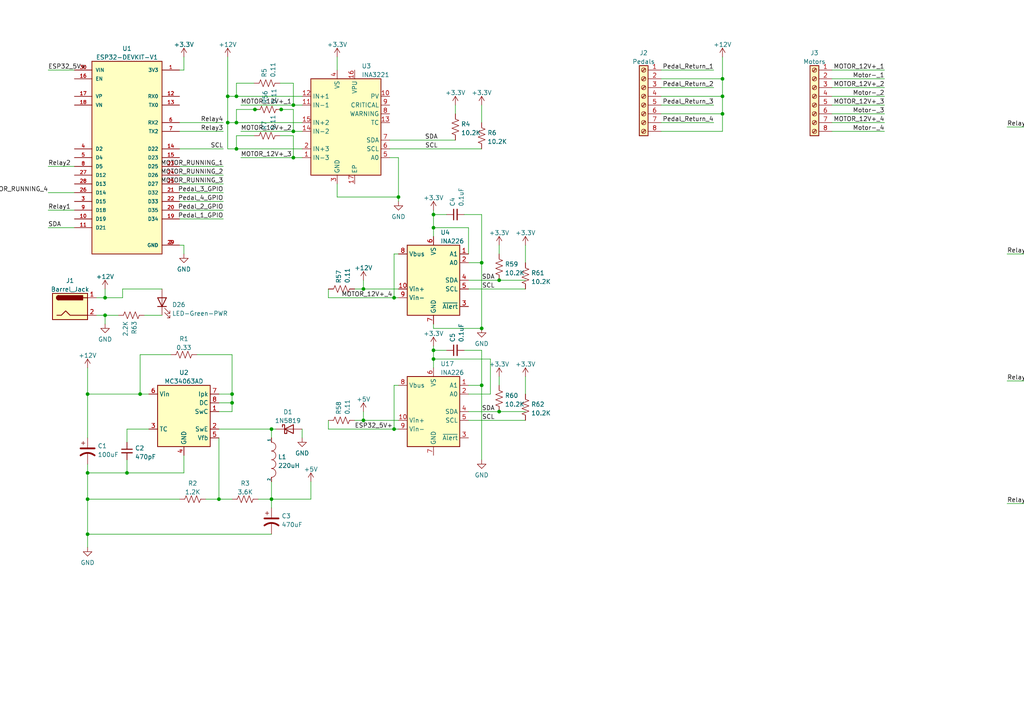
<source format=kicad_sch>
(kicad_sch (version 20230121) (generator eeschema)
  (paper "A4")
  (lib_symbols
    (symbol "Analog_ADC:INA226"
      (property "Reference" "U" (at -6.35 11.43 0))
      (property "Value" "INA226" (at 3.81 11.43 0))
      (symbol "INA226_1_1"
        (pin input line (at 10.16 7.62 180) (length 2.54) (name "A1") (number "1"))
        (pin input line (at -10.16 -2.54 0) (length 2.54) (name "Vin+") (number "10"))
        (pin input line (at 10.16 5.08 180) (length 2.54) (name "A0") (number "2"))
        (pin open_collector line (at 10.16 -7.62 180) (length 2.54) (name "~{Alert}") (number "3"))
        (pin bidirectional line (at 10.16 0 180) (length 2.54) (name "SDA") (number "4"))
        (pin input line (at 10.16 -2.54 180) (length 2.54) (name "SCL") (number "5"))
        (pin power_in line (at 0 12.7 270) (length 2.54) (name "VS") (number "6"))
        (pin power_in line (at 0 -12.7 90) (length 2.54) (name "GND") (number "7"))
        (pin input line (at -10.16 7.62 0) (length 2.54) (name "Vbus") (number "8"))
        (pin input line (at -10.16 -5.08 0) (length 2.54) (name "Vin-") (number "9"))
      )
    )
    (symbol "Connector:Barrel_Jack" (pin_names (offset 1.016))
      (property "Reference" "J" (at 0 5.334 0))
      (property "Value" "Barrel_Jack" (at 0 -5.08 0))
      (symbol "Barrel_Jack_1_1"
        (pin passive line (at 7.62 2.54 180) (length 2.54) (name "~") (number "1"))
        (pin passive line (at 7.62 -2.54 180) (length 2.54) (name "~") (number "2"))
      )
    )
    (symbol "Connector:Screw_Terminal_01x08" (pin_names (offset 1.016) hide)
      (property "Reference" "J" (at 0 10.16 0))
      (property "Value" "Screw_Terminal_01x08" (at 0 -12.7 0))
      (symbol "Screw_Terminal_01x08_1_1"
        (pin passive line (at -5.08 7.62 0) (length 3.81) (name "Pin_1") (number "1"))
        (pin passive line (at -5.08 5.08 0) (length 3.81) (name "Pin_2") (number "2"))
        (pin passive line (at -5.08 2.54 0) (length 3.81) (name "Pin_3") (number "3"))
        (pin passive line (at -5.08 0 0) (length 3.81) (name "Pin_4") (number "4"))
        (pin passive line (at -5.08 -2.54 0) (length 3.81) (name "Pin_5") (number "5"))
        (pin passive line (at -5.08 -5.08 0) (length 3.81) (name "Pin_6") (number "6"))
        (pin passive line (at -5.08 -7.62 0) (length 3.81) (name "Pin_7") (number "7"))
        (pin passive line (at -5.08 -10.16 0) (length 3.81) (name "Pin_8") (number "8"))
      )
    )
    (symbol "Device:C_Polarized_US" (pin_numbers hide) (pin_names (offset 0.254) hide)
      (property "Reference" "C" (at 0.635 2.54 0))
      (property "Value" "C_Polarized_US" (at 0.635 -2.54 0))
      (symbol "C_Polarized_US_1_1"
        (pin passive line (at 0 3.81 270) (length 2.794) (name "~") (number "1"))
        (pin passive line (at 0 -3.81 90) (length 3.302) (name "~") (number "2"))
      )
    )
    (symbol "Device:C_Small" (pin_numbers hide) (pin_names (offset 0.254) hide)
      (property "Reference" "C" (at 0.254 1.778 0))
      (property "Value" "C_Small" (at 0.254 -2.032 0))
      (symbol "C_Small_1_1"
        (pin passive line (at 0 2.54 270) (length 2.032) (name "~") (number "1"))
        (pin passive line (at 0 -2.54 90) (length 2.032) (name "~") (number "2"))
      )
    )
    (symbol "Device:LED" (pin_numbers hide) (pin_names (offset 1.016) hide)
      (property "Reference" "D" (at 0 2.54 0))
      (property "Value" "LED" (at 0 -2.54 0))
      (symbol "LED_1_1"
        (pin passive line (at -3.81 0 0) (length 2.54) (name "K") (number "1"))
        (pin passive line (at 3.81 0 180) (length 2.54) (name "A") (number "2"))
      )
    )
    (symbol "Device:R_US" (pin_numbers hide) (pin_names (offset 0))
      (property "Reference" "R" (at 2.54 0 90))
      (property "Value" "R_US" (at -2.54 0 90))
      (symbol "R_US_1_1"
        (pin passive line (at 0 3.81 270) (length 1.27) (name "~") (number "1"))
        (pin passive line (at 0 -3.81 90) (length 1.27) (name "~") (number "2"))
      )
    )
    (symbol "Diode:1N5819" (pin_numbers hide) (pin_names (offset 1.016) hide)
      (property "Reference" "D" (at 0 2.54 0))
      (property "Value" "1N5819" (at 0 -2.54 0))
      (symbol "1N5819_1_1"
        (pin passive line (at -3.81 0 0) (length 2.54) (name "K") (number "1"))
        (pin passive line (at 3.81 0 180) (length 2.54) (name "A") (number "2"))
      )
    )
    (symbol "ESP32 DEVKIT v1:ESP32-DEVKIT-V1" (pin_names (offset 1.016))
      (property "Reference" "U" (at -10.16 30.48 0))
      (property "Value" "ESP32-DEVKIT-V1" (at -10.16 -30.48 0))
      (symbol "ESP32-DEVKIT-V1_0_0"
        (pin output line (at 15.24 25.4 180) (length 5.08) (name "3V3") (number "1"))
        (pin bidirectional line (at -15.24 -17.78 0) (length 5.08) (name "D19") (number "10"))
        (pin bidirectional line (at -15.24 -20.32 0) (length 5.08) (name "D21") (number "11"))
        (pin input line (at 15.24 17.78 180) (length 5.08) (name "RX0") (number "12"))
        (pin output line (at 15.24 15.24 180) (length 5.08) (name "TX0") (number "13"))
        (pin bidirectional line (at 15.24 2.54 180) (length 5.08) (name "D22") (number "14"))
        (pin bidirectional line (at 15.24 0 180) (length 5.08) (name "D23") (number "15"))
        (pin input line (at -15.24 22.86 0) (length 5.08) (name "EN") (number "16"))
        (pin bidirectional line (at -15.24 17.78 0) (length 5.08) (name "VP") (number "17"))
        (pin bidirectional line (at -15.24 15.24 0) (length 5.08) (name "VN") (number "18"))
        (pin bidirectional line (at 15.24 -17.78 180) (length 5.08) (name "D34") (number "19"))
        (pin power_in line (at 15.24 -25.4 180) (length 5.08) (name "GND") (number "2"))
        (pin bidirectional line (at 15.24 -15.24 180) (length 5.08) (name "D35") (number "20"))
        (pin bidirectional line (at 15.24 -10.16 180) (length 5.08) (name "D32") (number "21"))
        (pin bidirectional line (at 15.24 -12.7 180) (length 5.08) (name "D33") (number "22"))
        (pin bidirectional line (at 15.24 -2.54 180) (length 5.08) (name "D25") (number "23"))
        (pin bidirectional line (at 15.24 -5.08 180) (length 5.08) (name "D26") (number "24"))
        (pin bidirectional line (at 15.24 -7.62 180) (length 5.08) (name "D27") (number "25"))
        (pin bidirectional line (at -15.24 -10.16 0) (length 5.08) (name "D14") (number "26"))
        (pin bidirectional line (at -15.24 -5.08 0) (length 5.08) (name "D12") (number "27"))
        (pin bidirectional line (at -15.24 -7.62 0) (length 5.08) (name "D13") (number "28"))
        (pin power_in line (at 15.24 -25.4 180) (length 5.08) (name "GND") (number "29"))
        (pin bidirectional line (at -15.24 -12.7 0) (length 5.08) (name "D15") (number "3"))
        (pin input line (at -15.24 25.4 0) (length 5.08) (name "VIN") (number "30"))
        (pin bidirectional line (at -15.24 2.54 0) (length 5.08) (name "D2") (number "4"))
        (pin bidirectional line (at -15.24 0 0) (length 5.08) (name "D4") (number "5"))
        (pin input line (at 15.24 10.16 180) (length 5.08) (name "RX2") (number "6"))
        (pin output line (at 15.24 7.62 180) (length 5.08) (name "TX2") (number "7"))
        (pin bidirectional line (at -15.24 -2.54 0) (length 5.08) (name "D5") (number "8"))
        (pin bidirectional line (at -15.24 -15.24 0) (length 5.08) (name "D18") (number "9"))
      )
    )
    (symbol "Isolator:EL817" (pin_names (offset 1.016))
      (property "Reference" "U" (at -5.08 5.08 0))
      (property "Value" "EL817" (at 0 5.08 0))
      (symbol "EL817_1_1"
        (pin passive line (at -7.62 2.54 0) (length 2.54) (name "~") (number "1"))
        (pin passive line (at -7.62 -2.54 0) (length 2.54) (name "~") (number "2"))
        (pin passive line (at 7.62 -2.54 180) (length 2.54) (name "~") (number "3"))
        (pin passive line (at 7.62 2.54 180) (length 2.54) (name "~") (number "4"))
      )
    )
    (symbol "Jumper:SolderJumper_3_Bridged12" (pin_names (offset 0) hide)
      (property "Reference" "JP" (at -2.54 -2.54 0))
      (property "Value" "SolderJumper_3_Bridged12" (at 0 2.794 0))
      (symbol "SolderJumper_3_Bridged12_1_1"
        (pin passive line (at -5.08 0 0) (length 2.54) (name "A") (number "1"))
        (pin passive line (at 0 -3.81 90) (length 2.54) (name "C") (number "2"))
        (pin passive line (at 5.08 0 180) (length 2.54) (name "B") (number "3"))
      )
    )
    (symbol "Power_Management:INA3221"
      (property "Reference" "U" (at -10.16 17.78 0))
      (property "Value" "INA3221" (at 5.08 17.78 0))
      (symbol "INA3221_1_1"
        (pin input line (at -12.7 -7.62 0) (length 2.54) (name "IN-3") (number "1"))
        (pin open_collector line (at 12.7 10.16 180) (length 2.54) (name "PV") (number "10"))
        (pin input line (at -12.7 7.62 0) (length 2.54) (name "IN-1") (number "11"))
        (pin input line (at -12.7 10.16 0) (length 2.54) (name "IN+1") (number "12"))
        (pin open_collector line (at 12.7 2.54 180) (length 2.54) (name "TC") (number "13"))
        (pin input line (at -12.7 0 0) (length 2.54) (name "IN-2") (number "14"))
        (pin input line (at -12.7 2.54 0) (length 2.54) (name "IN+2") (number "15"))
        (pin power_in line (at 2.54 17.78 270) (length 2.54) (name "VPU") (number "16"))
        (pin passive line (at 2.54 -15.24 90) (length 2.54) (name "EP") (number "17"))
        (pin input line (at -12.7 -5.08 0) (length 2.54) (name "IN+3") (number "2"))
        (pin power_in line (at -2.54 -15.24 90) (length 2.54) (name "GND") (number "3"))
        (pin power_in line (at -2.54 17.78 270) (length 2.54) (name "VS") (number "4"))
        (pin input line (at 12.7 -7.62 180) (length 2.54) (name "A0") (number "5"))
        (pin input line (at 12.7 -5.08 180) (length 2.54) (name "SCL") (number "6"))
        (pin bidirectional line (at 12.7 -2.54 180) (length 2.54) (name "SDA") (number "7"))
        (pin open_collector line (at 12.7 5.08 180) (length 2.54) (name "WARNING") (number "8"))
        (pin open_collector line (at 12.7 7.62 180) (length 2.54) (name "CRITICAL") (number "9"))
      )
    )
    (symbol "Regulator_Switching:MC34063AD"
      (property "Reference" "U" (at -7.62 8.89 0))
      (property "Value" "MC34063AD" (at 0 8.89 0))
      (symbol "MC34063AD_1_1"
        (pin open_collector line (at 10.16 0 180) (length 2.54) (name "SwC") (number "1"))
        (pin open_emitter line (at 10.16 -5.08 180) (length 2.54) (name "SwE") (number "2"))
        (pin passive line (at -10.16 -5.08 0) (length 2.54) (name "TC") (number "3"))
        (pin power_in line (at 0 -12.7 90) (length 2.54) (name "GND") (number "4"))
        (pin input line (at 10.16 -7.62 180) (length 2.54) (name "Vfb") (number "5"))
        (pin power_in line (at -10.16 5.08 0) (length 2.54) (name "Vin") (number "6"))
        (pin input line (at 10.16 5.08 180) (length 2.54) (name "Ipk") (number "7"))
        (pin open_collector line (at 10.16 2.54 180) (length 2.54) (name "DC") (number "8"))
      )
    )
    (symbol "SRD-05VDC-SL-C:SRD-05VDC-SL-C" (pin_names (offset 1.016))
      (property "Reference" "K" (at -5.0809 5.843 0))
      (property "Value" "SRD-05VDC-SL-C" (at -5.0832 -10.1664 0))
      (symbol "SRD-05VDC-SL-C_0_0"
        (pin passive line (at -7.62 2.54 0) (length 2.54) (name "~") (number "A1"))
        (pin passive line (at -7.62 -5.08 0) (length 2.54) (name "~") (number "A2"))
        (pin passive line (at 7.62 0 180) (length 2.54) (name "~") (number "COM"))
        (pin passive line (at 7.62 -5.08 180) (length 2.54) (name "~") (number "NC"))
        (pin passive line (at 7.62 2.54 180) (length 2.54) (name "~") (number "NO"))
      )
    )
    (symbol "Transistor_BJT:MMBT3904" (pin_names (offset 0) hide)
      (property "Reference" "Q" (at 5.08 1.905 0))
      (property "Value" "MMBT3904" (at 5.08 0 0))
      (symbol "MMBT3904_1_1"
        (pin input line (at -5.08 0 0) (length 5.715) (name "B") (number "1"))
        (pin passive line (at 2.54 -5.08 90) (length 2.54) (name "E") (number "2"))
        (pin passive line (at 2.54 5.08 270) (length 2.54) (name "C") (number "3"))
      )
    )
    (symbol "Triac_Thyristor:BTA16-800SW" (pin_names (offset 0))
      (property "Reference" "Q" (at 5.08 1.905 0))
      (property "Value" "BTA16-800SW" (at 5.08 0 0))
      (symbol "BTA16-800SW_1_1"
        (pin passive line (at 0 -3.81 90) (length 2.54) (name "A1") (number "1"))
        (pin passive line (at 0 3.81 270) (length 2.54) (name "A2") (number "2"))
        (pin input line (at -3.81 -2.54 0) (length 2.54) (name "G") (number "3"))
      )
    )
    (symbol "power:+12V" (power) (pin_names (offset 0))
      (property "Value" "+12V" (at 0 3.556 0))
      (symbol "+12V_1_1"
        (pin power_in line (at 0 0 90) (length 0) hide (name "+12V") (number "1"))
      )
    )
    (symbol "power:+3.3V" (power) (pin_names (offset 0))
      (property "Value" "+3.3V" (at 0 3.556 0))
      (symbol "+3.3V_1_1"
        (pin power_in line (at 0 0 90) (length 0) hide (name "+3.3V") (number "1"))
      )
    )
    (symbol "power:+5V" (power) (pin_names (offset 0))
      (property "Value" "+5V" (at 0 3.556 0))
      (symbol "+5V_1_1"
        (pin power_in line (at 0 0 90) (length 0) hide (name "+5V") (number "1"))
      )
    )
    (symbol "power:GND" (power) (pin_names (offset 0))
      (property "Value" "GND" (at 0 -3.81 0))
      (symbol "GND_1_1"
        (pin power_in line (at 0 0 270) (length 0) hide (name "GND") (number "1"))
      )
    )
    (symbol "pspice:INDUCTOR" (pin_numbers hide) (pin_names (offset 0))
      (property "Reference" "L" (at 0 2.54 0))
      (property "Value" "INDUCTOR" (at 0 -1.27 0))
      (symbol "INDUCTOR_1_1"
        (pin input line (at -6.35 0 0) (length 1.27) (name "1") (number "1"))
        (pin input line (at 6.35 0 180) (length 1.27) (name "2") (number "2"))
      )
    )
  )
  (junction (at 209.55 27.94))
  (junction (at 331.47 217.17))
  (junction (at 381 234.95))
  (junction (at 331.47 306.07))
  (junction (at 381 270.51))
  (junction (at 139.7 111.76))
  (junction (at 25.4 144.78))
  (junction (at 412.75 279.4))
  (junction (at 36.83 137.16))
  (junction (at 369.57 26.67))
  (junction (at 412.75 226.06))
  (junction (at 68.58 35.56))
  (junction (at 443.23 26.67))
  (junction (at 369.57 92.71))
  (junction (at 358.14 240.03))
  (junction (at 381 288.29))
  (junction (at 66.04 27.94))
  (junction (at 358.14 207.01))
  (junction (at 393.7 279.4))
  (junction (at 67.31 114.3))
  (junction (at 78.74 144.78))
  (junction (at 68.58 43.18))
  (junction (at 73.9416 31.75))
  (junction (at 331.47 199.39))
  (junction (at 63.5 144.78))
  (junction (at 412.75 190.5))
  (junction (at 358.14 204.47))
  (junction (at 345.44 55.88))
  (junction (at 381 181.61))
  (junction (at 40.64 114.3))
  (junction (at 326.39 92.71))
  (junction (at 412.75 261.62))
  (junction (at 381 217.17))
  (junction (at 144.78 119.38))
  (junction (at 441.96 135.89))
  (junction (at 393.7 314.96))
  (junction (at 358.14 311.15))
  (junction (at 331.47 288.29))
  (junction (at 412.75 234.95))
  (junction (at 358.14 257.81))
  (junction (at 381 199.39))
  (junction (at 412.75 314.96))
  (junction (at 393.7 190.5))
  (junction (at 115.57 57.15))
  (junction (at 139.7 95.25))
  (junction (at 412.75 217.17))
  (junction (at 369.57 128.27))
  (junction (at 461.01 26.67))
  (junction (at 393.7 261.62))
  (junction (at 412.75 199.39))
  (junction (at 393.7 243.84))
  (junction (at 358.14 275.59))
  (junction (at 358.14 260.35))
  (junction (at 358.14 293.37))
  (junction (at 25.4 154.94))
  (junction (at 443.23 63.5))
  (junction (at 125.73 62.23))
  (junction (at 105.41 121.92))
  (junction (at 331.47 270.51))
  (junction (at 331.47 252.73))
  (junction (at 326.39 55.88))
  (junction (at 144.78 81.28))
  (junction (at 412.75 306.07))
  (junction (at 67.31 116.84))
  (junction (at 412.75 270.51))
  (junction (at 459.74 100.33))
  (junction (at 66.04 35.56))
  (junction (at 393.7 226.06))
  (junction (at 441.96 100.33))
  (junction (at 25.4 137.16))
  (junction (at 326.39 19.05))
  (junction (at 81.5616 31.75))
  (junction (at 331.47 234.95))
  (junction (at 412.75 288.29))
  (junction (at 369.57 135.89))
  (junction (at 85.09 30.48))
  (junction (at 369.57 63.5))
  (junction (at 326.39 128.27))
  (junction (at 209.55 33.02))
  (junction (at 68.58 27.94))
  (junction (at 358.14 189.23))
  (junction (at 85.09 45.72))
  (junction (at 461.01 63.5))
  (junction (at 114.3 86.36))
  (junction (at 393.7 208.28))
  (junction (at 105.41 83.82))
  (junction (at 369.57 19.05))
  (junction (at 331.47 181.61))
  (junction (at 369.57 100.33))
  (junction (at 125.73 101.6))
  (junction (at 358.14 224.79))
  (junction (at 358.14 222.25))
  (junction (at 412.75 208.28))
  (junction (at 459.74 135.89))
  (junction (at 30.48 91.44))
  (junction (at 345.44 128.27))
  (junction (at 358.14 242.57))
  (junction (at 30.48 86.36))
  (junction (at 209.55 22.86))
  (junction (at 381 252.73))
  (junction (at 412.75 252.73))
  (junction (at 345.44 19.05))
  (junction (at 345.44 92.71))
  (junction (at 114.3 124.46))
  (junction (at 412.75 243.84))
  (junction (at 139.7 76.2))
  (junction (at 412.75 297.18))
  (junction (at 25.4 114.3))
  (junction (at 125.73 104.14))
  (junction (at 358.14 278.13))
  (junction (at 78.74 124.46))
  (junction (at 358.14 313.69))
  (junction (at 358.14 295.91))
  (junction (at 393.7 297.18))
  (junction (at 85.09 38.1))
  (junction (at 369.57 55.88))
  (junction (at 125.73 66.04))
  (wire (pts (xy 396.24 101.6) (xy 405.13 101.6)))
  (wire (pts (xy 97.79 16.51) (xy 97.79 20.32)))
  (wire (pts (xy 412.75 217.17) (xy 412.75 226.06)))
  (wire (pts (xy 396.24 27.94) (xy 403.86 27.94)))
  (wire (pts (xy 379.73 222.25) (xy 379.73 226.06)))
  (wire (pts (xy 69.85 38.1) (xy 85.09 38.1)))
  (wire (pts (xy 358.14 311.15) (xy 361.95 311.15)))
  (wire (pts (xy 36.83 124.46) (xy 36.83 128.27)))
  (wire (pts (xy 81.5616 31.75) (xy 85.09 31.75)))
  (wire (pts (xy 25.4 114.3) (xy 40.64 114.3)))
  (wire (pts (xy 401.32 288.29) (xy 405.13 288.29)))
  (wire (pts (xy 401.32 100.33) (xy 422.91 100.33)))
  (wire (pts (xy 358.14 275.59) (xy 358.14 278.13)))
  (wire (pts (xy 396.24 54.61) (xy 403.86 54.61)))
  (wire (pts (xy 152.4 71.12) (xy 152.4 76.2)))
  (wire (pts (xy 412.75 261.62) (xy 412.75 270.51)))
  (wire (pts (xy 241.3 38.1) (xy 256.54 38.1)))
  (wire (pts (xy 339.09 260.35) (xy 344.17 260.35)))
  (wire (pts (xy 125.73 62.23) (xy 129.54 62.23)))
  (wire (pts (xy 144.78 109.22) (xy 144.78 111.76)))
  (wire (pts (xy 358.14 313.69) (xy 358.14 320.04)))
  (wire (pts (xy 292.1 36.83) (xy 309.88 36.83)))
  (wire (pts (xy 73.66 24.13) (xy 68.58 24.13)))
  (wire (pts (xy 68.58 27.94) (xy 66.04 27.94)))
  (wire (pts (xy 393.7 306.07) (xy 393.7 314.96)))
  (wire (pts (xy 67.31 102.87) (xy 67.31 114.3)))
  (wire (pts (xy 311.15 306.07) (xy 331.47 306.07)))
  (wire (pts (xy 401.32 243.84) (xy 412.75 243.84)))
  (wire (pts (xy 134.62 62.23) (xy 139.7 62.23)))
  (wire (pts (xy 393.7 288.29) (xy 393.7 297.18)))
  (wire (pts (xy 135.89 121.92) (xy 152.4 121.92)))
  (wire (pts (xy 326.39 68.58) (xy 330.2 68.58)))
  (wire (pts (xy 369.57 63.5) (xy 381 63.5)))
  (wire (pts (xy 369.57 55.88) (xy 345.44 55.88)))
  (wire (pts (xy 52.07 55.88) (xy 64.77 55.88)))
  (wire (pts (xy 412.75 306.07) (xy 412.75 314.96)))
  (wire (pts (xy 396.24 95.25) (xy 402.59 95.25)))
  (wire (pts (xy 25.4 137.16) (xy 25.4 144.78)))
  (wire (pts (xy 369.57 100.33) (xy 369.57 105.41)))
  (wire (pts (xy 407.67 59.69) (xy 407.67 63.5)))
  (wire (pts (xy 396.24 137.16) (xy 405.13 137.16)))
  (wire (pts (xy 412.75 297.18) (xy 412.75 306.07)))
  (wire (pts (xy 115.57 111.76) (xy 114.3 111.76)))
  (wire (pts (xy 125.73 62.23) (xy 125.73 66.04)))
  (wire (pts (xy 407.67 26.67) (xy 424.18 26.67)))
  (wire (pts (xy 63.5 144.78) (xy 67.31 144.78)))
  (wire (pts (xy 422.91 16.51) (xy 436.88 16.51)))
  (wire (pts (xy 412.75 208.28) (xy 412.75 217.17)))
  (wire (pts (xy 396.24 135.89) (xy 396.24 137.16)))
  (wire (pts (xy 459.74 125.73) (xy 459.74 135.89)))
  (wire (pts (xy 339.09 306.07) (xy 361.95 306.07)))
  (wire (pts (xy 412.75 288.29) (xy 412.75 297.18)))
  (wire (pts (xy 412.75 199.39) (xy 412.75 208.28)))
  (wire (pts (xy 358.14 275.59) (xy 361.95 275.59)))
  (wire (pts (xy 430.53 100.33) (xy 441.96 100.33)))
  (wire (pts (xy 401.32 306.07) (xy 405.13 306.07)))
  (wire (pts (xy 125.73 100.33) (xy 125.73 101.6)))
  (wire (pts (xy 396.24 130.81) (xy 402.59 130.81)))
  (wire (pts (xy 135.89 76.2) (xy 139.7 76.2)))
  (wire (pts (xy 431.8 26.67) (xy 443.23 26.67)))
  (wire (pts (xy 369.57 26.67) (xy 369.57 31.75)))
  (wire (pts (xy 396.24 63.5) (xy 396.24 64.77)))
  (wire (pts (xy 326.39 19.05) (xy 345.44 19.05)))
  (wire (pts (xy 377.19 204.47) (xy 379.73 204.47)))
  (wire (pts (xy 345.44 36.83) (xy 350.52 36.83)))
  (wire (pts (xy 393.7 181.61) (xy 393.7 190.5)))
  (wire (pts (xy 191.77 22.86) (xy 209.55 22.86)))
  (wire (pts (xy 115.57 73.66) (xy 114.3 73.66)))
  (wire (pts (xy 461.01 16.51) (xy 461.01 26.67)))
  (wire (pts (xy 369.57 19.05) (xy 381 19.05)))
  (wire (pts (xy 369.57 100.33) (xy 381 100.33)))
  (wire (pts (xy 412.75 314.96) (xy 412.75 318.77)))
  (wire (pts (xy 87.63 35.56) (xy 68.58 35.56)))
  (wire (pts (xy 30.48 91.44) (xy 30.48 93.98)))
  (wire (pts (xy 105.41 83.82) (xy 105.41 81.28)))
  (wire (pts (xy 63.5 119.38) (xy 67.31 119.38)))
  (wire (pts (xy 393.7 217.17) (xy 393.7 226.06)))
  (wire (pts (xy 379.73 226.06) (xy 393.7 226.06)))
  (wire (pts (xy 27.94 86.36) (xy 30.48 86.36)))
  (wire (pts (xy 381 252.73) (xy 381 270.51)))
  (wire (pts (xy 144.78 71.12) (xy 144.78 73.66)))
  (wire (pts (xy 379.73 208.28) (xy 393.7 208.28)))
  (wire (pts (xy 25.4 134.62) (xy 25.4 137.16)))
  (wire (pts (xy 412.75 279.4) (xy 412.75 288.29)))
  (wire (pts (xy 35.56 83.82) (xy 46.99 83.82)))
  (wire (pts (xy 134.62 101.6) (xy 139.7 101.6)))
  (wire (pts (xy 379.73 186.69) (xy 379.73 190.5)))
  (wire (pts (xy 369.57 115.57) (xy 369.57 119.38)))
  (wire (pts (xy 393.7 234.95) (xy 393.7 243.84)))
  (wire (pts (xy 396.24 21.59) (xy 401.32 21.59)))
  (wire (pts (xy 358.14 257.81) (xy 361.95 257.81)))
  (wire (pts (xy 358.14 186.69) (xy 358.14 189.23)))
  (wire (pts (xy 322.58 92.71) (xy 326.39 92.71)))
  (wire (pts (xy 85.09 38.1) (xy 87.63 38.1)))
  (wire (pts (xy 69.85 45.72) (xy 85.09 45.72)))
  (wire (pts (xy 114.3 124.46) (xy 115.57 124.46)))
  (wire (pts (xy 377.19 270.51) (xy 381 270.51)))
  (wire (pts (xy 379.73 190.5) (xy 393.7 190.5)))
  (wire (pts (xy 97.79 57.15) (xy 115.57 57.15)))
  (wire (pts (xy 292.1 146.05) (xy 309.88 146.05)))
  (wire (pts (xy 381 288.29) (xy 381 306.07)))
  (wire (pts (xy 191.77 38.1) (xy 209.55 38.1)))
  (wire (pts (xy 114.3 73.66) (xy 114.3 86.36)))
  (wire (pts (xy 459.74 100.33) (xy 459.74 104.14)))
  (wire (pts (xy 78.74 139.7) (xy 78.74 144.78)))
  (wire (pts (xy 379.73 314.96) (xy 393.7 314.96)))
  (wire (pts (xy 369.57 128.27) (xy 381 128.27)))
  (wire (pts (xy 396.24 58.42) (xy 401.32 58.42)))
  (wire (pts (xy 358.14 204.47) (xy 358.14 207.01)))
  (wire (pts (xy 402.59 130.81) (xy 402.59 123.19)))
  (wire (pts (xy 369.57 135.89) (xy 369.57 140.97)))
  (wire (pts (xy 139.7 101.6) (xy 139.7 111.76)))
  (wire (pts (xy 292.1 110.49) (xy 309.88 110.49)))
  (wire (pts (xy 331.47 252.73) (xy 331.47 260.35)))
  (wire (pts (xy 345.44 73.66) (xy 350.52 73.66)))
  (wire (pts (xy 345.44 110.49) (xy 350.52 110.49)))
  (wire (pts (xy 358.14 293.37) (xy 361.95 293.37)))
  (wire (pts (xy 25.4 137.16) (xy 36.83 137.16)))
  (wire (pts (xy 13.97 55.88) (xy 21.59 55.88)))
  (wire (pts (xy 85.09 30.48) (xy 87.63 30.48)))
  (wire (pts (xy 144.78 119.38) (xy 152.4 119.38)))
  (wire (pts (xy 331.47 270.51) (xy 331.47 278.13)))
  (wire (pts (xy 396.24 100.33) (xy 396.24 101.6)))
  (wire (pts (xy 351.79 295.91) (xy 358.14 295.91)))
  (wire (pts (xy 396.24 91.44) (xy 405.13 91.44)))
  (wire (pts (xy 63.5 116.84) (xy 67.31 116.84)))
  (wire (pts (xy 191.77 20.32) (xy 207.01 20.32)))
  (wire (pts (xy 326.39 55.88) (xy 326.39 60.96)))
  (wire (pts (xy 379.73 243.84) (xy 393.7 243.84)))
  (wire (pts (xy 401.32 234.95) (xy 405.13 234.95)))
  (wire (pts (xy 358.14 240.03) (xy 361.95 240.03)))
  (wire (pts (xy 144.78 81.28) (xy 152.4 81.28)))
  (wire (pts (xy 57.15 102.87) (xy 67.31 102.87)))
  (wire (pts (xy 379.73 261.62) (xy 393.7 261.62)))
  (wire (pts (xy 412.75 190.5) (xy 412.75 199.39)))
  (wire (pts (xy 191.77 33.02) (xy 209.55 33.02)))
  (wire (pts (xy 412.75 234.95) (xy 412.75 243.84)))
  (wire (pts (xy 377.19 306.07) (xy 381 306.07)))
  (wire (pts (xy 102.87 83.82) (xy 105.41 83.82)))
  (wire (pts (xy 311.15 288.29) (xy 331.47 288.29)))
  (wire (pts (xy 241.3 25.4) (xy 256.54 25.4)))
  (wire (pts (xy 114.3 86.36) (xy 115.57 86.36)))
  (wire (pts (xy 241.3 22.86) (xy 256.54 22.86)))
  (wire (pts (xy 63.5 127) (xy 63.5 144.78)))
  (wire (pts (xy 326.39 128.27) (xy 345.44 128.27)))
  (wire (pts (xy 461.01 26.67) (xy 461.01 30.48)))
  (wire (pts (xy 377.19 217.17) (xy 381 217.17)))
  (wire (pts (xy 441.96 135.89) (xy 441.96 129.54)))
  (wire (pts (xy 412.75 270.51) (xy 412.75 279.4)))
  (wire (pts (xy 25.4 114.3) (xy 25.4 127)))
  (wire (pts (xy 27.94 91.44) (xy 30.48 91.44)))
  (wire (pts (xy 381 270.51) (xy 381 288.29)))
  (wire (pts (xy 443.23 63.5) (xy 448.31 63.5)))
  (wire (pts (xy 326.39 140.97) (xy 330.2 140.97)))
  (wire (pts (xy 412.75 252.73) (xy 412.75 261.62)))
  (wire (pts (xy 135.89 81.28) (xy 144.78 81.28)))
  (wire (pts (xy 393.7 199.39) (xy 393.7 208.28)))
  (wire (pts (xy 459.74 135.89) (xy 459.74 139.7)))
  (wire (pts (xy 401.32 297.18) (xy 412.75 297.18)))
  (wire (pts (xy 443.23 90.17) (xy 459.74 90.17)))
  (wire (pts (xy 142.24 104.14) (xy 142.24 114.3)))
  (wire (pts (xy 115.57 57.15) (xy 115.57 58.42)))
  (wire (pts (xy 311.15 181.61) (xy 331.47 181.61)))
  (wire (pts (xy 25.4 144.78) (xy 25.4 154.94)))
  (wire (pts (xy 317.5 146.05) (xy 330.2 146.05)))
  (wire (pts (xy 209.55 22.86) (xy 209.55 16.51)))
  (wire (pts (xy 95.25 124.46) (xy 114.3 124.46)))
  (wire (pts (xy 412.75 243.84) (xy 412.75 252.73)))
  (wire (pts (xy 396.24 92.71) (xy 396.24 91.44)))
  (wire (pts (xy 345.44 92.71) (xy 345.44 105.41)))
  (wire (pts (xy 292.1 73.66) (xy 309.88 73.66)))
  (wire (pts (xy 377.19 234.95) (xy 381 234.95)))
  (wire (pts (xy 331.47 234.95) (xy 331.47 242.57)))
  (wire (pts (xy 339.09 181.61) (xy 361.95 181.61)))
  (wire (pts (xy 135.89 114.3) (xy 142.24 114.3)))
  (wire (pts (xy 36.83 124.46) (xy 43.18 124.46)))
  (wire (pts (xy 459.74 90.17) (xy 459.74 100.33)))
  (wire (pts (xy 191.77 35.56) (xy 207.01 35.56)))
  (wire (pts (xy 322.58 128.27) (xy 326.39 128.27)))
  (wire (pts (xy 139.7 76.2) (xy 139.7 95.25)))
  (wire (pts (xy 125.73 101.6) (xy 125.73 104.14)))
  (wire (pts (xy 358.14 36.83) (xy 361.95 36.83)))
  (wire (pts (xy 68.58 43.18) (xy 66.04 43.18)))
  (wire (pts (xy 339.09 207.01) (xy 344.17 207.01)))
  (wire (pts (xy 369.57 55.88) (xy 381 55.88)))
  (wire (pts (xy 396.24 17.78) (xy 403.86 17.78)))
  (wire (pts (xy 135.89 83.82) (xy 152.4 83.82)))
  (wire (pts (xy 358.14 295.91) (xy 358.14 311.15)))
  (wire (pts (xy 358.14 240.03) (xy 358.14 242.57)))
  (wire (pts (xy 358.14 146.05) (xy 361.95 146.05)))
  (wire (pts (xy 351.79 278.13) (xy 358.14 278.13)))
  (wire (pts (xy 379.73 275.59) (xy 379.73 279.4)))
  (wire (pts (xy 401.32 252.73) (xy 405.13 252.73)))
  (wire (pts (xy 401.32 50.8) (xy 401.32 58.42)))
  (wire (pts (xy 139.7 62.23) (xy 139.7 76.2)))
  (wire (pts (xy 30.48 91.44) (xy 34.29 91.44)))
  (wire (pts (xy 95.25 121.92) (xy 95.25 124.46)))
  (wire (pts (xy 209.55 27.94) (xy 209.55 22.86)))
  (wire (pts (xy 21.59 20.32) (xy 13.97 20.32)))
  (wire (pts (xy 68.58 39.37) (xy 68.58 43.18)))
  (wire (pts (xy 396.24 64.77) (xy 403.86 64.77)))
  (wire (pts (xy 396.24 128.27) (xy 396.24 127)))
  (wire (pts (xy 369.57 41.91) (xy 369.57 45.72)))
  (wire (pts (xy 339.09 288.29) (xy 361.95 288.29)))
  (wire (pts (xy 85.09 39.37) (xy 85.09 45.72)))
  (wire (pts (xy 74.93 144.78) (xy 78.74 144.78)))
  (wire (pts (xy 326.39 92.71) (xy 345.44 92.71)))
  (wire (pts (xy 393.7 252.73) (xy 393.7 261.62)))
  (wire (pts (xy 311.15 217.17) (xy 331.47 217.17)))
  (wire (pts (xy 95.25 83.82) (xy 95.25 86.36)))
  (wire (pts (xy 41.91 91.44) (xy 46.99 91.44)))
  (wire (pts (xy 317.5 73.66) (xy 330.2 73.66)))
  (wire (pts (xy 52.07 48.26) (xy 64.77 48.26)))
  (wire (pts (xy 25.4 106.68) (xy 25.4 114.3)))
  (wire (pts (xy 52.07 38.1) (xy 64.77 38.1)))
  (wire (pts (xy 241.3 20.32) (xy 256.54 20.32)))
  (wire (pts (xy 351.79 260.35) (xy 358.14 260.35)))
  (wire (pts (xy 25.4 144.78) (xy 52.07 144.78)))
  (wire (pts (xy 407.67 22.86) (xy 407.67 26.67)))
  (wire (pts (xy 377.19 222.25) (xy 379.73 222.25)))
  (wire (pts (xy 369.57 78.74) (xy 369.57 82.55)))
  (wire (pts (xy 431.8 63.5) (xy 443.23 63.5)))
  (wire (pts (xy 52.07 71.12) (xy 53.34 71.12)))
  (wire (pts (xy 345.44 146.05) (xy 350.52 146.05)))
  (wire (pts (xy 377.19 199.39) (xy 381 199.39)))
  (wire (pts (xy 66.04 43.18) (xy 66.04 35.56)))
  (wire (pts (xy 67.31 114.3) (xy 63.5 114.3)))
  (wire (pts (xy 461.01 63.5) (xy 461.01 67.31)))
  (wire (pts (xy 105.41 121.92) (xy 105.41 119.38)))
  (wire (pts (xy 369.57 92.71) (xy 381 92.71)))
  (wire (pts (xy 52.07 35.56) (xy 64.77 35.56)))
  (wire (pts (xy 125.73 66.04) (xy 125.73 68.58)))
  (wire (pts (xy 125.73 104.14) (xy 142.24 104.14)))
  (wire (pts (xy 358.14 260.35) (xy 358.14 275.59)))
  (wire (pts (xy 81.28 39.37) (xy 85.09 39.37)))
  (wire (pts (xy 454.66 135.89) (xy 459.74 135.89)))
  (wire (pts (xy 52.07 20.32) (xy 53.34 20.32)))
  (wire (pts (xy 339.09 217.17) (xy 361.95 217.17)))
  (wire (pts (xy 377.19 293.37) (xy 379.73 293.37)))
  (wire (pts (xy 81.28 24.13) (xy 85.09 24.13)))
  (wire (pts (xy 331.47 288.29) (xy 331.47 295.91)))
  (wire (pts (xy 78.74 124.46) (xy 80.01 124.46)))
  (wire (pts (xy 135.89 119.38) (xy 144.78 119.38)))
  (wire (pts (xy 311.15 252.73) (xy 331.47 252.73)))
  (wire (pts (xy 379.73 279.4) (xy 393.7 279.4)))
  (wire (pts (xy 30.48 83.82) (xy 30.48 86.36)))
  (wire (pts (xy 379.73 204.47) (xy 379.73 208.28)))
  (wire (pts (xy 441.96 100.33) (xy 447.04 100.33)))
  (wire (pts (xy 377.19 288.29) (xy 381 288.29)))
  (wire (pts (xy 90.17 144.78) (xy 90.17 139.7)))
  (wire (pts (xy 53.34 137.16) (xy 36.83 137.16)))
  (wire (pts (xy 461.01 53.34) (xy 461.01 63.5)))
  (wire (pts (xy 125.73 66.04) (xy 135.89 66.04)))
  (wire (pts (xy 63.5 124.46) (xy 78.74 124.46)))
  (wire (pts (xy 13.97 48.26) (xy 21.59 48.26)))
  (wire (pts (xy 381 181.61) (xy 381 199.39)))
  (wire (pts (xy 351.79 189.23) (xy 358.14 189.23)))
  (wire (pts (xy 412.75 181.61) (xy 412.75 190.5)))
  (wire (pts (xy 52.07 43.18) (xy 64.77 43.18)))
  (wire (pts (xy 52.07 50.8) (xy 64.77 50.8)))
  (wire (pts (xy 377.19 186.69) (xy 379.73 186.69)))
  (wire (pts (xy 40.64 102.87) (xy 49.53 102.87)))
  (wire (pts (xy 369.57 19.05) (xy 345.44 19.05)))
  (wire (pts (xy 209.55 33.02) (xy 209.55 27.94)))
  (wire (pts (xy 401.32 279.4) (xy 412.75 279.4)))
  (wire (pts (xy 52.07 63.5) (xy 64.77 63.5)))
  (wire (pts (xy 36.83 133.35) (xy 36.83 137.16)))
  (wire (pts (xy 377.19 275.59) (xy 379.73 275.59)))
  (wire (pts (xy 53.34 20.32) (xy 53.34 16.51)))
  (wire (pts (xy 412.75 226.06) (xy 412.75 234.95)))
  (wire (pts (xy 401.32 13.97) (xy 401.32 21.59)))
  (wire (pts (xy 381 199.39) (xy 381 217.17)))
  (wire (pts (xy 85.09 31.75) (xy 85.09 38.1)))
  (wire (pts (xy 358.14 204.47) (xy 361.95 204.47)))
  (wire (pts (xy 25.4 154.94) (xy 25.4 158.75)))
  (wire (pts (xy 87.63 43.18) (xy 68.58 43.18)))
  (wire (pts (xy 113.03 43.18) (xy 139.7 43.18)))
  (wire (pts (xy 191.77 25.4) (xy 207.01 25.4)))
  (wire (pts (xy 339.09 295.91) (xy 344.17 295.91)))
  (wire (pts (xy 379.73 257.81) (xy 379.73 261.62)))
  (wire (pts (xy 345.44 55.88) (xy 345.44 68.58)))
  (wire (pts (xy 401.32 135.89) (xy 422.91 135.89)))
  (wire (pts (xy 396.24 55.88) (xy 396.24 54.61)))
  (wire (pts (xy 209.55 38.1) (xy 209.55 33.02)))
  (wire (pts (xy 339.09 242.57) (xy 344.17 242.57)))
  (wire (pts (xy 326.39 105.41) (xy 330.2 105.41)))
  (wire (pts (xy 369.57 26.67) (xy 381 26.67)))
  (wire (pts (xy 52.07 53.34) (xy 64.77 53.34)))
  (wire (pts (xy 358.14 257.81) (xy 358.14 260.35)))
  (wire (pts (xy 125.73 95.25) (xy 139.7 95.25)))
  (wire (pts (xy 339.09 199.39) (xy 361.95 199.39)))
  (wire (pts (xy 379.73 240.03) (xy 379.73 243.84)))
  (wire (pts (xy 381 181.61) (xy 381 176.53)))
  (wire (pts (xy 421.64 125.73) (xy 435.61 125.73)))
  (wire (pts (xy 331.47 217.17) (xy 331.47 224.79)))
  (wire (pts (xy 351.79 242.57) (xy 358.14 242.57)))
  (wire (pts (xy 339.09 189.23) (xy 344.17 189.23)))
  (wire (pts (xy 125.73 60.96) (xy 125.73 62.23)))
  (wire (pts (xy 67.31 114.3) (xy 67.31 116.84)))
  (wire (pts (xy 441.96 135.89) (xy 447.04 135.89)))
  (wire (pts (xy 421.64 90.17) (xy 435.61 90.17)))
  (wire (pts (xy 241.3 30.48) (xy 256.54 30.48)))
  (wire (pts (xy 85.09 45.72) (xy 87.63 45.72)))
  (wire (pts (xy 68.58 31.75) (xy 68.58 35.56)))
  (wire (pts (xy 455.93 26.67) (xy 461.01 26.67)))
  (wire (pts (xy 59.69 144.78) (xy 63.5 144.78)))
  (wire (pts (xy 396.24 127) (xy 405.13 127)))
  (wire (pts (xy 331.47 199.39) (xy 331.47 207.01)))
  (wire (pts (xy 358.14 278.13) (xy 358.14 293.37)))
  (wire (pts (xy 152.4 109.22) (xy 152.4 114.3)))
  (wire (pts (xy 358.14 222.25) (xy 361.95 222.25)))
  (wire (pts (xy 326.39 19.05) (xy 326.39 24.13)))
  (wire (pts (xy 132.08 30.48) (xy 132.08 33.02)))
  (wire (pts (xy 444.5 16.51) (xy 461.01 16.51)))
  (wire (pts (xy 241.3 35.56) (xy 256.54 35.56)))
  (wire (pts (xy 311.15 199.39) (xy 331.47 199.39)))
  (wire (pts (xy 441.96 100.33) (xy 441.96 93.98)))
  (wire (pts (xy 379.73 297.18) (xy 393.7 297.18)))
  (wire (pts (xy 241.3 27.94) (xy 256.54 27.94)))
  (wire (pts (xy 401.32 181.61) (xy 405.13 181.61)))
  (wire (pts (xy 401.32 261.62) (xy 412.75 261.62)))
  (wire (pts (xy 443.23 63.5) (xy 443.23 57.15)))
  (wire (pts (xy 339.09 234.95) (xy 361.95 234.95)))
  (wire (pts (xy 455.93 63.5) (xy 461.01 63.5)))
  (wire (pts (xy 396.24 26.67) (xy 396.24 27.94)))
  (wire (pts (xy 52.07 60.96) (xy 64.77 60.96)))
  (wire (pts (xy 369.57 63.5) (xy 369.57 68.58)))
  (wire (pts (xy 443.23 26.67) (xy 443.23 20.32)))
  (wire (pts (xy 401.32 217.17) (xy 405.13 217.17)))
  (wire (pts (xy 135.89 73.66) (xy 135.89 66.04)))
  (wire (pts (xy 377.19 240.03) (xy 379.73 240.03)))
  (wire (pts (xy 68.58 24.13) (xy 68.58 27.94)))
  (wire (pts (xy 95.25 86.36) (xy 114.3 86.36)))
  (wire (pts (xy 78.74 144.78) (xy 78.74 147.32)))
  (wire (pts (xy 331.47 181.61) (xy 331.47 189.23)))
  (wire (pts (xy 311.15 270.51) (xy 331.47 270.51)))
  (wire (pts (xy 401.32 132.08) (xy 401.32 135.89)))
  (wire (pts (xy 454.66 100.33) (xy 459.74 100.33)))
  (wire (pts (xy 331.47 306.07) (xy 331.47 313.69)))
  (wire (pts (xy 358.14 73.66) (xy 361.95 73.66)))
  (wire (pts (xy 87.63 124.46) (xy 87.63 127)))
  (wire (pts (xy 369.57 135.89) (xy 381 135.89)))
  (wire (pts (xy 369.57 128.27) (xy 345.44 128.27)))
  (wire (pts (xy 402.59 95.25) (xy 402.59 87.63)))
  (wire (pts (xy 13.97 60.96) (xy 21.59 60.96)))
  (wire (pts (xy 369.57 151.13) (xy 369.57 154.94)))
  (wire (pts (xy 377.19 252.73) (xy 381 252.73)))
  (wire (pts (xy 345.44 19.05) (xy 345.44 31.75)))
  (wire (pts (xy 52.07 58.42) (xy 64.77 58.42)))
  (wire (pts (xy 339.09 313.69) (xy 344.17 313.69)))
  (wire (pts (xy 358.14 222.25) (xy 358.14 224.79)))
  (wire (pts (xy 68.58 31.75) (xy 73.9416 31.75)))
  (wire (pts (xy 53.34 71.12) (xy 53.34 73.66)))
  (wire (pts (xy 73.66 39.37) (xy 68.58 39.37)))
  (wire (pts (xy 326.39 55.88) (xy 345.44 55.88)))
  (wire (pts (xy 25.4 154.94) (xy 78.74 154.94)))
  (wire (pts (xy 401.32 190.5) (xy 412.75 190.5)))
  (wire (pts (xy 444.5 53.34) (xy 461.01 53.34)))
  (wire (pts (xy 317.5 110.49) (xy 330.2 110.49)))
  (wire (pts (xy 322.58 55.88) (xy 326.39 55.88)))
  (wire (pts (xy 326.39 128.27) (xy 326.39 133.35)))
  (wire (pts (xy 87.63 27.94) (xy 68.58 27.94)))
  (wire (pts (xy 125.73 101.6) (xy 129.54 101.6)))
  (wire (pts (xy 102.87 121.92) (xy 105.41 121.92)))
  (wire (pts (xy 401.32 96.52) (xy 401.32 100.33)))
  (wire (pts (xy 345.44 128.27) (xy 345.44 140.97)))
  (wire (pts (xy 401.32 270.51) (xy 405.13 270.51)))
  (wire (pts (xy 393.7 270.51) (xy 393.7 279.4)))
  (wire (pts (xy 358.14 186.69) (xy 361.95 186.69)))
  (wire (pts (xy 358.14 242.57) (xy 358.14 257.81)))
  (wire (pts (xy 443.23 125.73) (xy 459.74 125.73)))
  (wire (pts (xy 339.09 224.79) (xy 344.17 224.79)))
  (wire (pts (xy 115.57 45.72) (xy 115.57 57.15)))
  (wire (pts (xy 401.32 208.28) (xy 412.75 208.28)))
  (wire (pts (xy 401.32 226.06) (xy 412.75 226.06)))
  (wire (pts (xy 401.32 199.39) (xy 405.13 199.39)))
  (wire (pts (xy 351.79 224.79) (xy 358.14 224.79)))
  (wire (pts (xy 443.23 26.67) (xy 448.31 26.67)))
  (wire (pts (xy 377.19 181.61) (xy 381 181.61)))
  (wire (pts (xy 67.31 119.38) (xy 67.31 116.84)))
  (wire (pts (xy 78.74 144.78) (xy 90.17 144.78)))
  (wire (pts (xy 139.7 30.48) (xy 139.7 35.56)))
  (wire (pts (xy 81.28 31.75) (xy 81.5616 31.75)))
  (wire (pts (xy 401.32 314.96) (xy 412.75 314.96)))
  (wire (pts (xy 326.39 92.71) (xy 326.39 97.79)))
  (wire (pts (xy 358.14 224.79) (xy 358.14 240.03)))
  (wire (pts (xy 68.58 35.56) (xy 66.04 35.56)))
  (wire (pts (xy 339.09 270.51) (xy 361.95 270.51)))
  (wire (pts (xy 40.64 114.3) (xy 40.64 102.87)))
  (wire (pts (xy 369.57 92.71) (xy 345.44 92.71)))
  (wire (pts (xy 40.64 114.3) (xy 43.18 114.3)))
  (wire (pts (xy 351.79 207.01) (xy 358.14 207.01)))
  (wire (pts (xy 125.73 104.14) (xy 125.73 106.68)))
  (wire (pts (xy 139.7 111.76) (xy 139.7 133.35)))
  (wire (pts (xy 30.48 86.36) (xy 35.56 86.36)))
  (wire (pts (xy 113.03 40.64) (xy 132.08 40.64)))
  (wire (pts (xy 322.58 19.05) (xy 326.39 19.05)))
  (wire (pts (xy 191.77 30.48) (xy 207.01 30.48)))
  (wire (pts (xy 396.24 19.05) (xy 396.24 17.78)))
  (wire (pts (xy 53.34 132.08) (xy 53.34 137.16)))
  (wire (pts (xy 311.15 234.95) (xy 331.47 234.95)))
  (wire (pts (xy 326.39 31.75) (xy 330.2 31.75)))
  (wire (pts (xy 13.97 66.04) (xy 21.59 66.04)))
  (wire (pts (xy 35.56 86.36) (xy 35.56 83.82)))
  (wire (pts (xy 69.85 30.48) (xy 85.09 30.48)))
  (wire (pts (xy 78.74 124.46) (xy 78.74 127)))
  (wire (pts (xy 407.67 63.5) (xy 424.18 63.5)))
  (wire (pts (xy 351.79 313.69) (xy 358.14 313.69)))
  (wire (pts (xy 339.09 252.73) (xy 361.95 252.73)))
  (wire (pts (xy 381 217.17) (xy 381 234.95)))
  (wire (pts (xy 97.79 53.34) (xy 97.79 57.15)))
  (wire (pts (xy 114.3 111.76) (xy 114.3 124.46)))
  (wire (pts (xy 430.53 135.89) (xy 441.96 135.89)))
  (wire (pts (xy 191.77 27.94) (xy 209.55 27.94)))
  (wire (pts (xy 358.14 293.37) (xy 358.14 295.91)))
  (wire (pts (xy 66.04 35.56) (xy 66.04 27.94)))
  (wire (pts (xy 241.3 33.02) (xy 256.54 33.02)))
  (wire (pts (xy 113.03 45.72) (xy 115.57 45.72)))
  (wire (pts (xy 377.19 311.15) (xy 379.73 311.15)))
  (wire (pts (xy 135.89 111.76) (xy 139.7 111.76)))
  (wire (pts (xy 358.14 311.15) (xy 358.14 313.69)))
  (wire (pts (xy 73.9416 31.75) (xy 74.93 31.75)))
  (wire (pts (xy 317.5 36.83) (xy 330.2 36.83)))
  (wire (pts (xy 358.14 189.23) (xy 358.14 204.47)))
  (wire (pts (xy 381 234.95) (xy 381 252.73)))
  (wire (pts (xy 66.04 16.51) (xy 66.04 27.94)))
  (wire (pts (xy 358.14 207.01) (xy 358.14 222.25)))
  (wire (pts (xy 377.19 257.81) (xy 379.73 257.81)))
  (wire (pts (xy 379.73 293.37) (xy 379.73 297.18)))
  (wire (pts (xy 115.57 121.92) (xy 105.41 121.92)))
  (wire (pts (xy 422.91 53.34) (xy 436.88 53.34)))
  (wire (pts (xy 339.09 278.13) (xy 344.17 278.13)))
  (wire (pts (xy 115.57 83.82) (xy 105.41 83.82)))
  (wire (pts (xy 358.14 110.49) (xy 361.95 110.49)))
  (wire (pts (xy 125.73 93.98) (xy 125.73 95.25)))
  (wire (pts (xy 379.73 311.15) (xy 379.73 314.96)))
  (wire (pts (xy 85.09 24.13) (xy 85.09 30.48)))
  (label "Motor-_3" (at 421.64 90.17 0))
  (label "Pedal_1_GPIO" (at 379.73 190.5 0))
  (label "Motor_Start+_2" (at 407.67 63.5 0))
  (label "MOTOR_RUNNING_3" (at 379.73 297.18 0))
  (label "Pedal_3_GPIO" (at 64.77 55.88 180))
  (label "Motor_Start+_1" (at 407.67 26.67 0))
  (label "Relay4" (at 292.1 146.05 0))
  (label "Pedal_Return_4" (at 207.01 35.56 180))
  (label "Relay1" (at 13.97 60.96 0))
  (label "Motor-_4" (at 421.64 125.73 0))
  (label "MOTOR_RUNNING_4" (at 13.97 55.88 180))
  (label "Pedal_1_GPIO" (at 64.77 63.5 180))
  (label "Pedal_4_GPIO" (at 64.77 58.42 180))
  (label "Relay2" (at 13.97 48.26 0))
  (label "SCL" (at 127 43.18 180))
  (label "ESP32_5V+" (at 13.97 20.32 0))
  (label "Pedal_2_GPIO" (at 64.77 60.96 180))
  (label "Relay1" (at 292.1 36.83 0))
  (label "MOTOR_12V+_4" (at 99.06 86.36 0))
  (label "Relay3" (at 292.1 110.49 0))
  (label "Pedal_Return_4" (at 311.15 234.95 0))
  (label "Motor-_3" (at 311.15 288.29 0))
  (label "MOTOR_12V+_1" (at 69.85 30.48 0))
  (label "Motor-_2" (at 422.91 53.34 0))
  (label "SDA" (at 13.97 66.04 0))
  (label "Pedal_Return_2" (at 207.01 25.4 180))
  (label "MOTOR_RUNNING_1" (at 379.73 261.62 0))
  (label "MOTOR_12V+_1" (at 256.54 20.32 180))
  (label "MOTOR_RUNNING_2" (at 379.73 279.4 0))
  (label "SDA" (at 143.51 81.28 180))
  (label "Pedal_Return_1" (at 207.01 20.32 180))
  (label "Relay3" (at 64.77 38.1 180))
  (label "Pedal_2_GPIO" (at 379.73 208.28 0))
  (label "Motor-_1" (at 422.91 16.51 0))
  (label "MOTOR_12V+_3" (at 69.85 45.72 0))
  (label "MOTOR_12V+_2" (at 256.54 25.4 180))
  (label "Pedal_Return_3" (at 311.15 217.17 0))
  (label "MOTOR_RUNNING_4" (at 379.73 314.96 0))
  (label "SDA" (at 127 40.64 180))
  (label "MOTOR_12V+_4" (at 256.54 35.56 180))
  (label "Motor-_3" (at 256.54 33.02 180))
  (label "SCL" (at 64.77 43.18 180))
  (label "MOTOR_RUNNING_3" (at 64.77 53.34 180))
  (label "Pedal_Return_2" (at 311.15 199.39 0))
  (label "Pedal_Return_1" (at 311.15 181.61 0))
  (label "Motor_Start+_4" (at 401.32 135.89 0))
  (label "Motor_Start+_3" (at 401.32 100.33 0))
  (label "ESP32_5V+" (at 102.87 124.46 0))
  (label "Pedal_3_GPIO" (at 379.73 226.06 0))
  (label "Motor-_4" (at 311.15 306.07 0))
  (label "Relay4" (at 64.77 35.56 180))
  (label "SCL" (at 143.51 83.82 180))
  (label "Motor-_1" (at 256.54 22.86 180))
  (label "MOTOR_RUNNING_2" (at 64.77 50.8 180))
  (label "MOTOR_RUNNING_1" (at 64.77 48.26 180))
  (label "MOTOR_12V+_2" (at 69.85 38.1 0))
  (label "Relay2" (at 292.1 73.66 0))
  (label "Pedal_4_GPIO" (at 379.73 243.84 0))
  (label "SCL" (at 143.51 121.92 180))
  (label "MOTOR_12V+_3" (at 256.54 30.48 180))
  (label "Motor-_2" (at 256.54 27.94 180))
  (label "Motor-_2" (at 311.15 270.51 0))
  (label "Pedal_Return_3" (at 207.01 30.48 180))
  (label "Motor-_1" (at 311.15 252.73 0))
  (label "Motor-_4" (at 256.54 38.1 180))
  (label "SDA" (at 143.51 119.38 180))
  (symbol (lib_id "power:+5V") (at 322.58 55.88 0) (unit 1)
    (property "Reference" "#PWR0128" (effects hide))
    (property "Value" "+5V" (at 322.58 52.3042 0))
  )
  (symbol (lib_id "Isolator:EL817") (at 337.82 71.12 0) (unit 1)
    (property "Reference" "U10" (at 337.82 63.6102 0))
    (property "Value" "EL817" (at 337.82 66.1471 0))
    (property "Footprint" "Package_DIP:DIP-4_W7.62mm" (effects hide))
    (property "Datasheet" "http://www.everlight.com/file/ProductFile/EL817.pdf" (effects hide))
    (property "LCSC" "C181890" (effects hide))
  )
  (symbol (lib_id "Device:R_US") (at 354.33 110.49 90) (unit 1)
    (property "Reference" "R30" (at 353.4953 108.839 0) (effects (justify left)))
    (property "Value" "510" (at 356.0322 108.839 0) (effects (justify left)))
    (property "Footprint" "Resistor_SMD:R_1206_3216Metric" (effects hide))
    (property "JLCPCB" "C294789" (effects hide))
    (property "MFR-PART" "RS-06K5100FT" (effects hide))
    (property "LCSC" "C294789" (effects hide))
  )
  (symbol (lib_id "Device:R_US") (at 408.94 270.51 90) (unit 1)
    (property "Reference" "R53" (at 408.1053 268.859 0) (effects (justify left)))
    (property "Value" "2.2K" (at 410.6422 268.859 0) (effects (justify left)))
    (property "Footprint" "Resistor_SMD:R_1206_3216Metric" (effects hide))
    (property "JLCPCB" "C26038" (effects hide))
    (property "MFR-PART" "1206W4J0222T5E" (effects hide))
    (property "LCSC" "C26038" (effects hide))
  )
  (symbol (lib_id "Device:R_US") (at 335.28 295.91 90) (unit 1)
    (property "Reference" "R45" (at 334.4453 294.259 0) (effects (justify left)))
    (property "Value" "1K" (at 336.9822 294.259 0) (effects (justify left)))
    (property "Footprint" "Resistor_SMD:R_1206_3216Metric" (effects hide))
    (property "JLCPCB" "C1469" (effects hide))
    (property "MFR-PART" "1206W4J0102T5E" (effects hide))
    (property "LCSC" "C1469" (effects hide))
  )
  (symbol (lib_id "Device:R_US") (at 335.28 278.13 90) (unit 1)
    (property "Reference" "R43" (at 334.4453 276.479 0) (effects (justify left)))
    (property "Value" "1K" (at 336.9822 276.479 0) (effects (justify left)))
    (property "Footprint" "Resistor_SMD:R_1206_3216Metric" (effects hide))
    (property "JLCPCB" "C1469" (effects hide))
    (property "MFR-PART" "1206W4J0102T5E" (effects hide))
    (property "LCSC" "C1469" (effects hide))
  )
  (symbol (lib_id "Device:R_US") (at 326.39 137.16 180) (unit 1)
    (property "Reference" "R28" (at 324.739 137.9947 0) (effects (justify left)))
    (property "Value" "1K" (at 324.739 135.4578 0) (effects (justify left)))
    (property "Footprint" "Resistor_SMD:R_1206_3216Metric" (effects hide))
    (property "JLCPCB" "C1469" (effects hide))
    (property "MFR-PART" "1206W4J0102T5E" (effects hide))
    (property "LCSC" "C1469" (effects hide))
  )
  (symbol (lib_id "Device:R_US") (at 77.47 24.13 90) (unit 1)
    (property "Reference" "R5" (at 76.6353 22.479 0) (effects (justify left)))
    (property "Value" "0.11" (at 79.1722 22.479 0) (effects (justify left)))
    (property "Footprint" "Resistor_SMD:R_1206_3216Metric" (effects hide))
    (property "JLCPCB" "C159413" (effects hide))
    (property "MFR-PART" "RTT06R11JTP" (effects hide))
    (property "LCSC" "C159413" (effects hide))
  )
  (symbol (lib_id "Device:R_US") (at 397.51 314.96 90) (unit 1)
    (property "Reference" "R51" (at 396.6753 313.309 0) (effects (justify left)))
    (property "Value" "10.2K" (at 399.2122 313.309 0) (effects (justify left)))
    (property "Footprint" "Resistor_SMD:R_1206_3216Metric" (effects hide))
    (property "JLCPCB" "C205053" (effects hide))
    (property "MFR-PART" "CR1206-FX-1022ELF" (effects hide))
    (property "LCSC" "C205053" (effects hide))
  )
  (symbol (lib_id "Device:R_US") (at 335.28 242.57 90) (unit 1)
    (property "Reference" "R15" (at 334.4453 240.919 0) (effects (justify left)))
    (property "Value" "1K" (at 336.9822 240.919 0) (effects (justify left)))
    (property "Footprint" "Resistor_SMD:R_1206_3216Metric" (effects hide))
    (property "JLCPCB" "C1469" (effects hide))
    (property "MFR-PART" "1206W4J0102T5E" (effects hide))
    (property "LCSC" "C1469" (effects hide))
  )
  (symbol (lib_id "Analog_ADC:INA226") (at 125.73 119.38 0) (unit 1)
    (property "Reference" "U17" (at 127.7494 105.5202 0) (effects (justify left)))
    (property "Value" "INA226" (at 127.7494 108.0571 0) (effects (justify left)))
    (property "Footprint" "Package_SO:VSSOP-10_3x3mm_P0.5mm" (effects hide))
    (property "Datasheet" "http://www.ti.com/lit/ds/symlink/ina226.pdf" (effects hide))
    (property "LCSC" "C49851" (effects hide))
  )
  (symbol (lib_id "power:+12V") (at 209.55 16.51 0) (unit 1)
    (property "Reference" "#PWR0120" (effects hide))
    (property "Value" "+12V" (at 209.55 12.9342 0))
  )
  (symbol (lib_id "power:GND") (at 412.75 318.77 0) (unit 1)
    (property "Reference" "#PWR0124" (effects hide))
    (property "Value" "GND" (at 412.75 323.2134 0))
  )
  (symbol (lib_id "Device:R_US") (at 408.94 181.61 90) (unit 1)
    (property "Reference" "R20" (at 408.1053 179.959 0) (effects (justify left)))
    (property "Value" "2.2K" (at 410.6422 179.959 0) (effects (justify left)))
    (property "Footprint" "Resistor_SMD:R_1206_3216Metric" (effects hide))
    (property "JLCPCB" "C26038" (effects hide))
    (property "MFR-PART" "1206W4J0222T5E" (effects hide))
    (property "LCSC" "C26038" (effects hide))
  )
  (symbol (lib_id "Diode:1N5819") (at 369.57 96.52 270) (unit 1)
    (property "Reference" "D16" (at 371.602 95.3678 90) (effects (justify left)))
    (property "Value" "1N5819" (at 371.602 97.9047 90) (effects (justify left)))
    (property "Footprint" "Diode_THT:D_DO-41_SOD81_P10.16mm_Horizontal" (effects hide))
    (property "Datasheet" "http://www.vishay.com/docs/88525/1n5817.pdf" (effects hide))
    (property "LCSC" "C402218" (effects hide))
  )
  (symbol (lib_id "ESP32 DEVKIT v1:ESP32-DEVKIT-V1") (at 36.83 45.72 0) (unit 1)
    (property "Reference" "U1" (at 36.83 14.0802 0))
    (property "Value" "ESP32-DEVKIT-V1" (at 36.83 16.6171 0))
    (property "Footprint" "ESP32 Devkit V1:MODULE_ESP32_DEVKIT_V1_NOHOLES" (effects hide))
    (property "PARTREV" "N/A" (effects hide))
    (property "MAXIMUM_PACKAGE_HEIGHT" "6.8 mm" (effects hide))
    (property "STANDARD" "Manufacturer Recommendations" (effects hide))
    (property "MANUFACTURER" "DOIT" (effects hide))
    (property "LCSC" "C2932676" (effects hide))
  )
  (symbol (lib_id "Device:R_US") (at 335.28 217.17 90) (unit 1)
    (property "Reference" "R12" (at 334.4453 215.519 0) (effects (justify left)))
    (property "Value" "270" (at 336.9822 215.519 0) (effects (justify left)))
    (property "Footprint" "Resistor_SMD:R_1206_3216Metric" (effects hide))
    (property "JLCPCB" "C137341" (effects hide))
    (property "MFR-PART" "RC1206FR-07270RL" (effects hide))
    (property "LCSC" "C137341" (effects hide))
  )
  (symbol (lib_id "Diode:1N5819") (at 83.82 124.46 0) (unit 1)
    (property "Reference" "D1" (at 83.5025 119.4902 0))
    (property "Value" "1N5819" (at 83.5025 122.0271 0))
    (property "Footprint" "Diode_THT:D_DO-41_SOD81_P10.16mm_Horizontal" (effects hide))
    (property "Datasheet" "http://www.vishay.com/docs/88525/1n5817.pdf" (effects hide))
    (property "LCSC" "C402218" (effects hide))
  )
  (symbol (lib_id "Power_Management:INA3221") (at 100.33 38.1 0) (unit 1)
    (property "Reference" "U3" (at 104.8894 19.1602 0) (effects (justify left)))
    (property "Value" "INA3221" (at 104.8894 21.6971 0) (effects (justify left)))
    (property "Footprint" "Package_DFN_QFN:Texas_RGV_S-PVQFN-N16_EP2.1x2.1mm" (effects hide))
    (property "Datasheet" "http://www.ti.com/lit/ds/symlink/ina3221.pdf" (effects hide))
    (property "LCSC" "C181255" (effects hide))
  )
  (symbol (lib_id "Device:R_US") (at 335.28 234.95 90) (unit 1)
    (property "Reference" "R14" (at 334.4453 233.299 0) (effects (justify left)))
    (property "Value" "270" (at 336.9822 233.299 0) (effects (justify left)))
    (property "Footprint" "Resistor_SMD:R_1206_3216Metric" (effects hide))
    (property "JLCPCB" "C137341" (effects hide))
    (property "MFR-PART" "RC1206FR-07270RL" (effects hide))
    (property "LCSC" "C137341" (effects hide))
  )
  (symbol (lib_id "Device:R_US") (at 452.12 26.67 90) (unit 1)
    (property "Reference" "R38" (at 451.2853 25.019 0) (effects (justify left)))
    (property "Value" "1K" (at 453.8222 25.019 0) (effects (justify left)))
    (property "Footprint" "Resistor_SMD:R_1206_3216Metric" (effects hide))
    (property "JLCPCB" "C1469" (effects hide))
    (property "MFR-PART" "1206W4J0102T5E" (effects hide))
    (property "LCSC" "C1469" (effects hide))
  )
  (symbol (lib_id "Device:R_US") (at 354.33 36.83 90) (unit 1)
    (property "Reference" "R25" (at 353.4953 35.179 0) (effects (justify left)))
    (property "Value" "510" (at 356.0322 35.179 0) (effects (justify left)))
    (property "Footprint" "Resistor_SMD:R_1206_3216Metric" (effects hide))
    (property "JLCPCB" "C294789" (effects hide))
    (property "MFR-PART" "RS-06K5100FT" (effects hide))
    (property "LCSC" "C294789" (effects hide))
  )
  (symbol (lib_id "power:GND") (at 369.57 119.38 0) (unit 1)
    (property "Reference" "#PWR0134" (effects hide))
    (property "Value" "GND" (at 369.57 123.8234 0))
  )
  (symbol (lib_id "Device:R_US") (at 426.72 135.89 90) (unit 1)
    (property "Reference" "R33" (at 425.8853 134.239 0) (effects (justify left)))
    (property "Value" "470" (at 428.4222 134.239 0) (effects (justify left)))
    (property "Footprint" "Resistor_SMD:R_1206_3216Metric" (effects hide))
    (property "JLCPCB" "C114945" (effects hide))
    (property "MFR-PART" "RC1206FR-07470RL" (effects hide))
    (property "LCSC" "C114945" (effects hide))
  )
  (symbol (lib_id "Device:R_US") (at 408.94 306.07 90) (unit 1)
    (property "Reference" "R55" (at 408.1053 304.419 0) (effects (justify left)))
    (property "Value" "2.2K" (at 410.6422 304.419 0) (effects (justify left)))
    (property "Footprint" "Resistor_SMD:R_1206_3216Metric" (effects hide))
    (property "JLCPCB" "C26038" (effects hide))
    (property "MFR-PART" "1206W4J0222T5E" (effects hide))
    (property "LCSC" "C26038" (effects hide))
  )
  (symbol (lib_id "Device:R_US") (at 38.1 91.44 270) (unit 1)
    (property "Reference" "R63" (at 38.9347 93.091 0) (effects (justify left)))
    (property "Value" "2.2K" (at 36.3978 93.091 0) (effects (justify left)))
    (property "Footprint" "Resistor_SMD:R_1206_3216Metric" (effects hide))
    (property "JLCPCB" "C26038 " (effects hide))
    (property "MFR-PART" "1206W4J0222T5E" (effects hide))
    (property "LCSC" "C26038 " (effects hide))
  )
  (symbol (lib_id "Device:R_US") (at 152.4 118.11 0) (unit 1)
    (property "Reference" "R62" (at 154.051 117.2753 0) (effects (justify left)))
    (property "Value" "10.2K" (at 154.051 119.8122 0) (effects (justify left)))
    (property "Footprint" "Resistor_SMD:R_1206_3216Metric" (effects hide))
    (property "JLCPCB" "C205053" (effects hide))
    (property "MFR-PART" "CR1206-FX-1022ELF" (effects hide))
    (property "LCSC" "C205053" (effects hide))
  )
  (symbol (lib_id "power:GND") (at 461.01 30.48 0) (unit 1)
    (property "Reference" "#PWR0137" (effects hide))
    (property "Value" "GND" (at 461.01 34.9234 0))
  )
  (symbol (lib_id "Device:LED") (at 347.98 242.57 180) (unit 1)
    (property "Reference" "D5" (at 349.5675 236.7112 0))
    (property "Value" "LED-Red" (at 349.5675 239.2481 0))
    (property "Footprint" "LED_SMD:LED_0603_1608Metric" (effects hide))
    (property "MFR-PART" "KT-0603R" (effects hide))
    (property "JLCPCB" "C2286" (effects hide))
    (property "LCSC" "C2286" (effects hide))
  )
  (symbol (lib_id "Device:R_US") (at 450.85 100.33 90) (unit 1)
    (property "Reference" "R36" (at 450.0153 98.679 0) (effects (justify left)))
    (property "Value" "1K" (at 452.5522 98.679 0) (effects (justify left)))
    (property "Footprint" "Resistor_SMD:R_1206_3216Metric" (effects hide))
    (property "JLCPCB" "C1469" (effects hide))
    (property "MFR-PART" "1206W4J0102T5E" (effects hide))
    (property "LCSC" "C1469" (effects hide))
  )
  (symbol (lib_id "Device:R_US") (at 397.51 190.5 90) (unit 1)
    (property "Reference" "R16" (at 396.6753 188.849 0) (effects (justify left)))
    (property "Value" "10.2K" (at 399.2122 188.849 0) (effects (justify left)))
    (property "Footprint" "Resistor_SMD:R_1206_3216Metric" (effects hide))
    (property "JLCPCB" "C205053" (effects hide))
    (property "MFR-PART" "CR1206-FX-1022ELF" (effects hide))
    (property "LCSC" "C205053" (effects hide))
  )
  (symbol (lib_id "power:GND") (at 369.57 45.72 0) (unit 1)
    (property "Reference" "#PWR0126" (effects hide))
    (property "Value" "GND" (at 369.57 50.1634 0))
  )
  (symbol (lib_id "Device:R_US") (at 452.12 63.5 90) (unit 1)
    (property "Reference" "R39" (at 451.2853 61.849 0) (effects (justify left)))
    (property "Value" "1K" (at 453.8222 61.849 0) (effects (justify left)))
    (property "Footprint" "Resistor_SMD:R_1206_3216Metric" (effects hide))
    (property "JLCPCB" "C1469" (effects hide))
    (property "MFR-PART" "1206W4J0102T5E" (effects hide))
    (property "LCSC" "C1469" (effects hide))
  )
  (symbol (lib_id "power:GND") (at 87.63 127 0) (unit 1)
    (property "Reference" "#PWR0118" (effects hide))
    (property "Value" "GND" (at 87.63 131.4434 0))
  )
  (symbol (lib_id "power:+3.3V") (at 144.78 109.22 0) (unit 1)
    (property "Reference" "#PWR0107" (effects hide))
    (property "Value" "+3.3V" (at 144.78 105.6442 0))
  )
  (symbol (lib_id "power:+5V") (at 90.17 139.7 0) (unit 1)
    (property "Reference" "#PWR0117" (effects hide))
    (property "Value" "+5V" (at 90.17 136.1242 0))
  )
  (symbol (lib_id "Device:R_US") (at 397.51 261.62 90) (unit 1)
    (property "Reference" "R48" (at 396.6753 259.969 0) (effects (justify left)))
    (property "Value" "10.2K" (at 399.2122 259.969 0) (effects (justify left)))
    (property "Footprint" "Resistor_SMD:R_1206_3216Metric" (effects hide))
    (property "JLCPCB" "C205053" (effects hide))
    (property "MFR-PART" "CR1206-FX-1022ELF" (effects hide))
    (property "LCSC" "C205053" (effects hide))
  )
  (symbol (lib_id "Device:R_US") (at 397.51 226.06 90) (unit 1)
    (property "Reference" "R18" (at 396.6753 224.409 0) (effects (justify left)))
    (property "Value" "10.2K" (at 399.2122 224.409 0) (effects (justify left)))
    (property "Footprint" "Resistor_SMD:R_1206_3216Metric" (effects hide))
    (property "JLCPCB" "C205053" (effects hide))
    (property "MFR-PART" "CR1206-FX-1022ELF" (effects hide))
    (property "LCSC" "C205053" (effects hide))
  )
  (symbol (lib_id "power:+3.3V") (at 152.4 71.12 0) (unit 1)
    (property "Reference" "#PWR0141" (effects hide))
    (property "Value" "+3.3V" (at 152.4 67.5442 0))
  )
  (symbol (lib_id "Device:LED") (at 313.69 73.66 0) (unit 1)
    (property "Reference" "D12" (at 312.1025 68.6902 0))
    (property "Value" "LED-Red" (at 312.1025 71.2271 0))
    (property "Footprint" "LED_SMD:LED_0603_1608Metric" (effects hide))
    (property "MFR-PART" "KT-0603R" (effects hide))
    (property "JLCPCB" "C2286" (effects hide))
    (property "LCSC" "C2286" (effects hide))
  )
  (symbol (lib_id "Device:R_US") (at 397.51 279.4 90) (unit 1)
    (property "Reference" "R49" (at 396.6753 277.749 0) (effects (justify left)))
    (property "Value" "10.2K" (at 399.2122 277.749 0) (effects (justify left)))
    (property "Footprint" "Resistor_SMD:R_1206_3216Metric" (effects hide))
    (property "JLCPCB" "C205053" (effects hide))
    (property "MFR-PART" "CR1206-FX-1022ELF" (effects hide))
    (property "LCSC" "C205053" (effects hide))
  )
  (symbol (lib_id "Device:R_US") (at 427.99 26.67 90) (unit 1)
    (property "Reference" "R34" (at 427.1553 25.019 0) (effects (justify left)))
    (property "Value" "470" (at 429.6922 25.019 0) (effects (justify left)))
    (property "Footprint" "Resistor_SMD:R_1206_3216Metric" (effects hide))
    (property "JLCPCB" "C114945" (effects hide))
    (property "MFR-PART" "RC1206FR-07470RL" (effects hide))
    (property "LCSC" "C114945" (effects hide))
  )
  (symbol (lib_id "Device:R_US") (at 326.39 64.77 180) (unit 1)
    (property "Reference" "R26" (at 324.739 65.6047 0) (effects (justify left)))
    (property "Value" "1K" (at 324.739 63.0678 0) (effects (justify left)))
    (property "Footprint" "Resistor_SMD:R_1206_3216Metric" (effects hide))
    (property "JLCPCB" "C1469" (effects hide))
    (property "MFR-PART" "1206W4J0102T5E" (effects hide))
    (property "LCSC" "C1469" (effects hide))
  )
  (symbol (lib_id "Connector:Screw_Terminal_01x08") (at 186.69 27.94 0) (mirror y) (unit 1)
    (property "Reference" "J2" (at 186.69 15.3502 0))
    (property "Value" "Pedals" (at 186.69 17.8871 0))
    (property "Footprint" "TerminalBlock_Phoenix:TerminalBlock_Phoenix_MKDS-1,5-8_1x08_P5.00mm_Horizontal" (effects hide))
    (property "LCSC" "C430626" (effects hide))
  )
  (symbol (lib_id "power:GND") (at 53.34 73.66 0) (unit 1)
    (property "Reference" "#PWR0106" (effects hide))
    (property "Value" "GND" (at 53.34 78.1034 0))
  )
  (symbol (lib_id "power:+3.3V") (at 125.73 60.96 0) (unit 1)
    (property "Reference" "#PWR0114" (effects hide))
    (property "Value" "+3.3V" (at 125.73 57.3842 0))
  )
  (symbol (lib_id "pspice:INDUCTOR") (at 78.74 133.35 270) (unit 1)
    (property "Reference" "L1" (at 80.645 132.5153 90) (effects (justify left)))
    (property "Value" "220uH" (at 80.645 135.0522 90) (effects (justify left)))
    (property "Footprint" "Inductor_SMD:L_1812_4532Metric" (effects hide))
    (property "MFR-Part" "FHW1812IF221JST" (effects hide))
    (property "JLCPCB" "C394137" (effects hide))
    (property "LCSC" "C394137" (effects hide))
  )
  (symbol (lib_id "SRD-05VDC-SL-C:SRD-05VDC-SL-C") (at 388.62 95.25 0) (unit 1)
    (property "Reference" "K3" (at 388.62 86.4702 0))
    (property "Value" "SRD-05VDC-SL-C" (at 388.62 89.0071 0))
    (property "Footprint" "RELAY_SRD-05VDC-SL-C" (effects hide))
    (property "MANUFACTURER" "SONGLE RELAY" (effects hide))
    (property "STANDARD" "IPC-7251" (effects hide))
    (property "LCSC" "C35449" (effects hide))
  )
  (symbol (lib_id "Isolator:EL817") (at 369.57 290.83 0) (unit 1)
    (property "Reference" "U15" (at 369.57 283.3202 0))
    (property "Value" "EL817" (at 369.57 285.8571 0))
    (property "Footprint" "Package_DIP:DIP-4_W7.62mm" (effects hide))
    (property "Datasheet" "http://www.everlight.com/file/ProductFile/EL817.pdf" (effects hide))
    (property "LCSC" "C181890" (effects hide))
  )
  (symbol (lib_id "SRD-05VDC-SL-C:SRD-05VDC-SL-C") (at 388.62 21.59 0) (unit 1)
    (property "Reference" "K1" (at 388.62 12.8102 0))
    (property "Value" "SRD-05VDC-SL-C" (at 388.62 15.3471 0))
    (property "Footprint" "RELAY_SRD-05VDC-SL-C" (effects hide))
    (property "MANUFACTURER" "SONGLE RELAY" (effects hide))
    (property "STANDARD" "IPC-7251" (effects hide))
    (property "LCSC" "C35449" (effects hide))
  )
  (symbol (lib_id "Device:R_US") (at 335.28 224.79 90) (unit 1)
    (property "Reference" "R13" (at 334.4453 223.139 0) (effects (justify left)))
    (property "Value" "1K" (at 336.9822 223.139 0) (effects (justify left)))
    (property "Footprint" "Resistor_SMD:R_1206_3216Metric" (effects hide))
    (property "JLCPCB" "C1469" (effects hide))
    (property "MFR-PART" "1206W4J0102T5E" (effects hide))
    (property "LCSC" "C1469" (effects hide))
  )
  (symbol (lib_id "Isolator:EL817") (at 369.57 184.15 0) (unit 1)
    (property "Reference" "U5" (at 369.57 176.6402 0))
    (property "Value" "EL817" (at 369.57 179.1771 0))
    (property "Footprint" "Package_DIP:DIP-4_W7.62mm" (effects hide))
    (property "Datasheet" "http://www.everlight.com/file/ProductFile/EL817.pdf" (effects hide))
    (property "LCSC" "C181890" (effects hide))
  )
  (symbol (lib_id "power:+5V") (at 322.58 92.71 0) (unit 1)
    (property "Reference" "#PWR0129" (effects hide))
    (property "Value" "+5V" (at 322.58 89.1342 0))
  )
  (symbol (lib_id "Device:R_US") (at 397.51 208.28 90) (unit 1)
    (property "Reference" "R17" (at 396.6753 206.629 0) (effects (justify left)))
    (property "Value" "10.2K" (at 399.2122 206.629 0) (effects (justify left)))
    (property "Footprint" "Resistor_SMD:R_1206_3216Metric" (effects hide))
    (property "JLCPCB" "C205053" (effects hide))
    (property "MFR-PART" "CR1206-FX-1022ELF" (effects hide))
    (property "LCSC" "C205053" (effects hide))
  )
  (symbol (lib_id "Device:R_US") (at 426.72 100.33 90) (unit 1)
    (property "Reference" "R32" (at 425.8853 98.679 0) (effects (justify left)))
    (property "Value" "470" (at 428.4222 98.679 0) (effects (justify left)))
    (property "Footprint" "Resistor_SMD:R_1206_3216Metric" (effects hide))
    (property "JLCPCB" "C114945" (effects hide))
    (property "MFR-PART" "RC1206FR-07470RL" (effects hide))
    (property "LCSC" "C114945" (effects hide))
  )
  (symbol (lib_id "Device:R_US") (at 335.28 199.39 90) (unit 1)
    (property "Reference" "R10" (at 334.4453 197.739 0) (effects (justify left)))
    (property "Value" "270" (at 336.9822 197.739 0) (effects (justify left)))
    (property "Footprint" "Resistor_SMD:R_1206_3216Metric" (effects hide))
    (property "JLCPCB" "C137341" (effects hide))
    (property "MFR-PART" "RC1206FR-07270RL" (effects hide))
    (property "LCSC" "C137341" (effects hide))
  )
  (symbol (lib_id "Device:R_US") (at 335.28 306.07 90) (unit 1)
    (property "Reference" "R46" (at 334.4453 304.419 0) (effects (justify left)))
    (property "Value" "1K" (at 336.9822 304.419 0) (effects (justify left)))
    (property "Footprint" "Resistor_SMD:R_1206_3216Metric" (effects hide))
    (property "JLCPCB" "C1469" (effects hide))
    (property "MFR-PART" "RC1206FR-07270RL" (effects hide))
    (property "LCSC" "C1469" (effects hide))
  )
  (symbol (lib_id "Triac_Thyristor:BTA16-800SW") (at 440.69 16.51 90) (unit 1)
    (property "Reference" "Q7" (at 441.2742 10.2956 90))
    (property "Value" "BTA16-800SW" (at 441.2742 12.8325 90))
    (property "Footprint" "Package_TO_SOT_THT:TO-220-3_Vertical" (effects hide))
    (property "Datasheet" "https://www.st.com/resource/en/datasheet/bta16.pdf" (effects hide))
    (property "LCSC" "C2831702" (effects hide))
  )
  (symbol (lib_id "Device:R_US") (at 450.85 135.89 90) (unit 1)
    (property "Reference" "R37" (at 450.0153 134.239 0) (effects (justify left)))
    (property "Value" "1K" (at 452.5522 134.239 0) (effects (justify left)))
    (property "Footprint" "Resistor_SMD:R_1206_3216Metric" (effects hide))
    (property "JLCPCB" "C1469" (effects hide))
    (property "MFR-PART" "1206W4J0102T5E" (effects hide))
    (property "LCSC" "C1469" (effects hide))
  )
  (symbol (lib_id "Device:LED") (at 397.51 270.51 180) (unit 1)
    (property "Reference" "D23" (at 399.0975 264.6512 0))
    (property "Value" "LED-Red" (at 399.0975 267.1881 0))
    (property "Footprint" "LED_SMD:LED_0603_1608Metric" (effects hide))
    (property "MFR-PART" "KT-0603R" (effects hide))
    (property "JLCPCB" "C2286" (effects hide))
    (property "LCSC" "C2286" (effects hide))
  )
  (symbol (lib_id "Device:R_US") (at 152.4 80.01 0) (unit 1)
    (property "Reference" "R61" (at 154.051 79.1753 0) (effects (justify left)))
    (property "Value" "10.2K" (at 154.051 81.7122 0) (effects (justify left)))
    (property "Footprint" "Resistor_SMD:R_1206_3216Metric" (effects hide))
    (property "JLCPCB" "C205053" (effects hide))
    (property "MFR-PART" "CR1206-FX-1022ELF" (effects hide))
    (property "LCSC" "C205053" (effects hide))
  )
  (symbol (lib_id "power:+5V") (at 322.58 19.05 0) (unit 1)
    (property "Reference" "#PWR0125" (effects hide))
    (property "Value" "+5V" (at 322.58 15.4742 0))
  )
  (symbol (lib_id "power:GND") (at 369.57 82.55 0) (unit 1)
    (property "Reference" "#PWR0132" (effects hide))
    (property "Value" "GND" (at 369.57 86.9934 0))
  )
  (symbol (lib_id "Device:R_US") (at 99.06 83.82 90) (unit 1)
    (property "Reference" "R57" (at 98.2253 82.169 0) (effects (justify left)))
    (property "Value" "0.11" (at 100.7622 82.169 0) (effects (justify left)))
    (property "Footprint" "Resistor_SMD:R_1206_3216Metric" (effects hide))
    (property "JLCPCB" "C159413" (effects hide))
    (property "MFR-PART" "RTT06R11JTP" (effects hide))
    (property "LCSC" "C159413" (effects hide))
  )
  (symbol (lib_id "Device:LED") (at 397.51 181.61 180) (unit 1)
    (property "Reference" "D6" (at 399.0975 175.7512 0))
    (property "Value" "LED-Red" (at 399.0975 178.2881 0))
    (property "Footprint" "LED_SMD:LED_0603_1608Metric" (effects hide))
    (property "MFR-PART" "KT-0603R" (effects hide))
    (property "JLCPCB" "C2286" (effects hide))
    (property "LCSC" "C2286" (effects hide))
  )
  (symbol (lib_id "power:+5V") (at 322.58 128.27 0) (unit 1)
    (property "Reference" "#PWR0130" (effects hide))
    (property "Value" "+5V" (at 322.58 124.6942 0))
  )
  (symbol (lib_id "Jumper:SolderJumper_3_Bridged12") (at 403.86 59.69 90) (mirror x) (unit 1)
    (property "Reference" "JP2" (at 402.2091 58.8553 90) (effects (justify left)))
    (property "Value" "M1" (at 402.2091 61.3922 90) (effects (justify left)))
    (property "Footprint" "Jumper:SolderJumper-3_P1.3mm_Bridged12_Pad1.0x1.5mm_NumberLabels" (effects hide))
  )
  (symbol (lib_id "Device:C_Small") (at 132.08 62.23 90) (unit 1)
    (property "Reference" "C4" (at 131.2516 59.9059 0) (effects (justify left)))
    (property "Value" "0.1uF" (at 133.7885 59.9059 0) (effects (justify left)))
    (property "Footprint" "Capacitor_SMD:C_1206_3216Metric" (effects hide))
    (property "MFR-PART" "CL31B104KBCNNNC" (effects hide))
    (property "JLCPCB" "C24497" (effects hide))
    (property "LCSC" "C24497" (effects hide))
  )
  (symbol (lib_id "Device:R_US") (at 335.28 313.69 90) (unit 1)
    (property "Reference" "R47" (at 334.4453 312.039 0) (effects (justify left)))
    (property "Value" "1K" (at 336.9822 312.039 0) (effects (justify left)))
    (property "Footprint" "Resistor_SMD:R_1206_3216Metric" (effects hide))
    (property "JLCPCB" "C1469" (effects hide))
    (property "MFR-PART" "1206W4J0102T5E" (effects hide))
    (property "LCSC" "C1469" (effects hide))
  )
  (symbol (lib_id "power:GND") (at 461.01 67.31 0) (unit 1)
    (property "Reference" "#PWR0121" (effects hide))
    (property "Value" "GND" (at 461.01 71.7534 0))
  )
  (symbol (lib_id "Transistor_BJT:MMBT3904") (at 367.03 146.05 0) (unit 1)
    (property "Reference" "Q4" (at 371.8814 145.2153 0) (effects (justify left)))
    (property "Value" "MMBT3904" (at 371.8814 147.7522 0) (effects (justify left)))
    (property "Footprint" "Package_TO_SOT_SMD:SOT-23" (effects hide))
    (property "Datasheet" "https://www.onsemi.com/pub/Collateral/2N3903-D.PDF" (effects hide))
    (property "LCSC" "C20526" (effects hide))
  )
  (symbol (lib_id "power:GND") (at 459.74 139.7 0) (unit 1)
    (property "Reference" "#PWR0139" (effects hide))
    (property "Value" "GND" (at 459.74 144.1434 0))
  )
  (symbol (lib_id "power:+12V") (at 402.59 87.63 0) (unit 1)
    (property "Reference" "#PWR0133" (effects hide))
    (property "Value" "+12V" (at 402.59 84.0542 0))
  )
  (symbol (lib_id "power:GND") (at 358.14 320.04 0) (unit 1)
    (property "Reference" "#PWR0123" (effects hide))
    (property "Value" "GND" (at 358.14 324.4834 0))
  )
  (symbol (lib_id "Isolator:EL817") (at 337.82 107.95 0) (unit 1)
    (property "Reference" "U11" (at 337.82 100.4402 0))
    (property "Value" "EL817" (at 337.82 102.9771 0))
    (property "Footprint" "Package_DIP:DIP-4_W7.62mm" (effects hide))
    (property "Datasheet" "http://www.everlight.com/file/ProductFile/EL817.pdf" (effects hide))
    (property "LCSC" "C181890" (effects hide))
  )
  (symbol (lib_id "Device:C_Small") (at 36.83 130.81 0) (unit 1)
    (property "Reference" "C2" (at 39.1541 129.9816 0) (effects (justify left)))
    (property "Value" "470pF" (at 39.1541 132.5185 0) (effects (justify left)))
    (property "Footprint" "Capacitor_SMD:C_1206_3216Metric" (effects hide))
    (property "MFR-PART" "CC1206JKNPOCBN471" (effects hide))
    (property "JLCPCB" "C107177" (effects hide))
    (property "LCSC" "C107177" (effects hide))
  )
  (symbol (lib_id "power:+3.3V") (at 152.4 109.22 0) (unit 1)
    (property "Reference" "#PWR0112" (effects hide))
    (property "Value" "+3.3V" (at 152.4 105.6442 0))
  )
  (symbol (lib_id "Jumper:SolderJumper_3_Bridged12") (at 405.13 132.08 270) (unit 1)
    (property "Reference" "JP4" (at 406.781 131.2453 90) (effects (justify left)))
    (property "Value" "M1" (at 406.781 133.7822 90) (effects (justify left)))
    (property "Footprint" "Jumper:SolderJumper-3_P1.3mm_Bridged12_Pad1.0x1.5mm_NumberLabels" (effects hide))
  )
  (symbol (lib_id "Device:R_US") (at 408.94 234.95 90) (unit 1)
    (property "Reference" "R23" (at 408.1053 233.299 0) (effects (justify left)))
    (property "Value" "2.2K" (at 410.6422 233.299 0) (effects (justify left)))
    (property "Footprint" "Resistor_SMD:R_1206_3216Metric" (effects hide))
    (property "JLCPCB" "C26038" (effects hide))
    (property "MFR-PART" "1206W4J0222T5E" (effects hide))
    (property "LCSC" "C26038" (effects hide))
  )
  (symbol (lib_id "Device:LED") (at 347.98 295.91 180) (unit 1)
    (property "Reference" "D20" (at 349.5675 290.0512 0))
    (property "Value" "LED-Red" (at 349.5675 292.5881 0))
    (property "Footprint" "LED_SMD:LED_0603_1608Metric" (effects hide))
    (property "MFR-PART" "KT-0603R" (effects hide))
    (property "JLCPCB" "C2286" (effects hide))
    (property "LCSC" "C2286" (effects hide))
  )
  (symbol (lib_id "Device:C_Polarized_US") (at 25.4 130.81 0) (unit 1)
    (property "Reference" "C1" (at 28.321 129.3403 0) (effects (justify left)))
    (property "Value" "100uF" (at 28.321 131.8772 0) (effects (justify left)))
    (property "Footprint" "Capacitor_SMD:C_Elec_8x10.2" (effects hide))
    (property "MFR-PART" "RT1H101M0810" (effects hide))
    (property "JLCPCB" "C280404" (effects hide))
    (property "LCSC" "C280404" (effects hide))
  )
  (symbol (lib_id "Device:LED") (at 347.98 207.01 180) (unit 1)
    (property "Reference" "D3" (at 349.5675 201.1512 0))
    (property "Value" "LED-Red" (at 349.5675 203.6881 0))
    (property "Footprint" "LED_SMD:LED_0603_1608Metric" (effects hide))
    (property "MFR-PART" "KT-0603R" (effects hide))
    (property "JLCPCB" "C2286" (effects hide))
    (property "LCSC" "C2286" (effects hide))
  )
  (symbol (lib_id "Diode:1N5819") (at 369.57 132.08 270) (unit 1)
    (property "Reference" "D17" (at 371.602 130.9278 90) (effects (justify left)))
    (property "Value" "1N5819" (at 371.602 133.4647 90) (effects (justify left)))
    (property "Footprint" "Diode_THT:D_DO-41_SOD81_P10.16mm_Horizontal" (effects hide))
    (property "Datasheet" "http://www.vishay.com/docs/88525/1n5817.pdf" (effects hide))
    (property "LCSC" "C402218" (effects hide))
  )
  (symbol (lib_id "Device:C_Small") (at 132.08 101.6 90) (unit 1)
    (property "Reference" "C5" (at 131.2516 99.2759 0) (effects (justify left)))
    (property "Value" "0.1uF" (at 133.7885 99.2759 0) (effects (justify left)))
    (property "Footprint" "Capacitor_SMD:C_1206_3216Metric" (effects hide))
    (property "MFR-PART" "CL31B104KBCNNNC" (effects hide))
    (property "JLCPCB" "C24497" (effects hide))
    (property "LCSC" "C24497" (effects hide))
  )
  (symbol (lib_id "Device:R_US") (at 144.78 77.47 0) (unit 1)
    (property "Reference" "R59" (at 146.431 76.6353 0) (effects (justify left)))
    (property "Value" "10.2K" (at 146.431 79.1722 0) (effects (justify left)))
    (property "Footprint" "Resistor_SMD:R_1206_3216Metric" (effects hide))
    (property "JLCPCB" "C205053" (effects hide))
    (property "MFR-PART" "CR1206-FX-1022ELF" (effects hide))
    (property "LCSC" "C205053" (effects hide))
  )
  (symbol (lib_id "power:GND") (at 139.7 133.35 0) (unit 1)
    (property "Reference" "#PWR0113" (effects hide))
    (property "Value" "GND" (at 139.7 137.7934 0))
  )
  (symbol (lib_id "Device:R_US") (at 354.33 73.66 90) (unit 1)
    (property "Reference" "R29" (at 353.4953 72.009 0) (effects (justify left)))
    (property "Value" "510" (at 356.0322 72.009 0) (effects (justify left)))
    (property "Footprint" "Resistor_SMD:R_1206_3216Metric" (effects hide))
    (property "JLCPCB" "C294789" (effects hide))
    (property "MFR-PART" "RS-06K5100FT" (effects hide))
    (property "LCSC" "C294789" (effects hide))
  )
  (symbol (lib_id "Isolator:EL817") (at 369.57 219.71 0) (unit 1)
    (property "Reference" "U7" (at 369.57 212.2002 0))
    (property "Value" "EL817" (at 369.57 214.7371 0))
    (property "Footprint" "Package_DIP:DIP-4_W7.62mm" (effects hide))
    (property "Datasheet" "http://www.everlight.com/file/ProductFile/EL817.pdf" (effects hide))
    (property "LCSC" "C181890" (effects hide))
  )
  (symbol (lib_id "Device:R_US") (at 71.12 144.78 90) (unit 1)
    (property "Reference" "R3" (at 71.12 140.1912 90))
    (property "Value" "3.6K" (at 71.12 142.7281 90))
    (property "Footprint" "Resistor_SMD:R_1206_3216Metric" (effects hide))
    (property "MFR-PART" "1206W4J0362T5E" (effects hide))
    (property "JLCPCB" "C422446" (effects hide))
    (property "LCSC" "C422446" (effects hide))
  )
  (symbol (lib_id "power:+3.3V") (at 144.78 71.12 0) (unit 1)
    (property "Reference" "#PWR0142" (effects hide))
    (property "Value" "+3.3V" (at 144.78 67.5442 0))
  )
  (symbol (lib_id "Diode:1N5819") (at 369.57 22.86 270) (unit 1)
    (property "Reference" "D11" (at 371.602 21.7078 90) (effects (justify left)))
    (property "Value" "1N5819" (at 371.602 24.2447 90) (effects (justify left)))
    (property "Footprint" "Diode_THT:D_DO-41_SOD81_P10.16mm_Horizontal" (effects hide))
    (property "Datasheet" "http://www.vishay.com/docs/88525/1n5817.pdf" (effects hide))
    (property "LCSC" "C402218" (effects hide))
  )
  (symbol (lib_id "Connector:Screw_Terminal_01x08") (at 236.22 27.94 0) (mirror y) (unit 1)
    (property "Reference" "J3" (at 236.22 15.3502 0))
    (property "Value" "Motors" (at 236.22 17.8871 0))
    (property "Footprint" "TerminalBlock_Phoenix:TerminalBlock_Phoenix_MKDS-1,5-8_1x08_P5.00mm_Horizontal" (effects hide))
    (property "LCSC" "C430626" (effects hide))
  )
  (symbol (lib_id "Isolator:EL817") (at 369.57 255.27 0) (unit 1)
    (property "Reference" "U13" (at 369.57 247.7602 0))
    (property "Value" "EL817" (at 369.57 250.2971 0))
    (property "Footprint" "Package_DIP:DIP-4_W7.62mm" (effects hide))
    (property "Datasheet" "http://www.everlight.com/file/ProductFile/EL817.pdf" (effects hide))
    (property "LCSC" "C181890" (effects hide))
  )
  (symbol (lib_id "Device:LED") (at 347.98 224.79 180) (unit 1)
    (property "Reference" "D4" (at 349.5675 218.9312 0))
    (property "Value" "LED-Red" (at 349.5675 221.4681 0))
    (property "Footprint" "LED_SMD:LED_0603_1608Metric" (effects hide))
    (property "MFR-PART" "KT-0603R" (effects hide))
    (property "JLCPCB" "C2286" (effects hide))
    (property "LCSC" "C2286" (effects hide))
  )
  (symbol (lib_id "power:+5V") (at 105.41 119.38 0) (unit 1)
    (property "Reference" "#PWR0105" (effects hide))
    (property "Value" "+5V" (at 105.41 115.8042 0))
  )
  (symbol (lib_id "Device:R_US") (at 335.28 270.51 90) (unit 1)
    (property "Reference" "R42" (at 334.4453 268.859 0) (effects (justify left)))
    (property "Value" "1K" (at 336.9822 268.859 0) (effects (justify left)))
    (property "Footprint" "Resistor_SMD:R_1206_3216Metric" (effects hide))
    (property "JLCPCB" "C1469" (effects hide))
    (property "MFR-PART" "RC1206FR-07270RL" (effects hide))
    (property "LCSC" "C1469" (effects hide))
  )
  (symbol (lib_id "SRD-05VDC-SL-C:SRD-05VDC-SL-C") (at 388.62 130.81 0) (unit 1)
    (property "Reference" "K4" (at 388.62 122.0302 0))
    (property "Value" "SRD-05VDC-SL-C" (at 388.62 124.5671 0))
    (property "Footprint" "RELAY_SRD-05VDC-SL-C" (effects hide))
    (property "MANUFACTURER" "SONGLE RELAY" (effects hide))
    (property "STANDARD" "IPC-7251" (effects hide))
    (property "LCSC" "C35449" (effects hide))
  )
  (symbol (lib_id "Device:R_US") (at 408.94 217.17 90) (unit 1)
    (property "Reference" "R22" (at 408.1053 215.519 0) (effects (justify left)))
    (property "Value" "2.2K" (at 410.6422 215.519 0) (effects (justify left)))
    (property "Footprint" "Resistor_SMD:R_1206_3216Metric" (effects hide))
    (property "JLCPCB" "C26038" (effects hide))
    (property "MFR-PART" "1206W4J0222T5E" (effects hide))
    (property "LCSC" "C26038" (effects hide))
  )
  (symbol (lib_id "Device:LED") (at 397.51 252.73 180) (unit 1)
    (property "Reference" "D22" (at 399.0975 246.8712 0))
    (property "Value" "LED-Red" (at 399.0975 249.4081 0))
    (property "Footprint" "LED_SMD:LED_0603_1608Metric" (effects hide))
    (property "MFR-PART" "KT-0603R" (effects hide))
    (property "JLCPCB" "C2286" (effects hide))
    (property "LCSC" "C2286" (effects hide))
  )
  (symbol (lib_id "Device:R_US") (at 335.28 189.23 90) (unit 1)
    (property "Reference" "R9" (at 334.4453 187.579 0) (effects (justify left)))
    (property "Value" "1K" (at 336.9822 187.579 0) (effects (justify left)))
    (property "Footprint" "Resistor_SMD:R_1206_3216Metric" (effects hide))
    (property "JLCPCB" "C1469" (effects hide))
    (property "MFR-PART" "1206W4J0102T5E" (effects hide))
    (property "LCSC" "C1469" (effects hide))
  )
  (symbol (lib_id "power:+3.3V") (at 125.73 100.33 0) (unit 1)
    (property "Reference" "#PWR0140" (effects hide))
    (property "Value" "+3.3V" (at 125.73 96.7542 0))
  )
  (symbol (lib_id "Isolator:EL817") (at 369.57 201.93 0) (unit 1)
    (property "Reference" "U6" (at 369.57 194.4202 0))
    (property "Value" "EL817" (at 369.57 196.9571 0))
    (property "Footprint" "Package_DIP:DIP-4_W7.62mm" (effects hide))
    (property "Datasheet" "http://www.everlight.com/file/ProductFile/EL817.pdf" (effects hide))
    (property "LCSC" "C181890" (effects hide))
  )
  (symbol (lib_id "Device:LED") (at 347.98 278.13 180) (unit 1)
    (property "Reference" "D19" (at 349.5675 272.2712 0))
    (property "Value" "LED-Red" (at 349.5675 274.8081 0))
    (property "Footprint" "LED_SMD:LED_0603_1608Metric" (effects hide))
    (property "MFR-PART" "KT-0603R" (effects hide))
    (property "JLCPCB" "C2286" (effects hide))
    (property "LCSC" "C2286" (effects hide))
  )
  (symbol (lib_id "Jumper:SolderJumper_3_Bridged12") (at 405.13 96.52 270) (unit 1)
    (property "Reference" "JP3" (at 406.781 95.6853 90) (effects (justify left)))
    (property "Value" "M1" (at 406.781 98.2222 90) (effects (justify left)))
    (property "Footprint" "Jumper:SolderJumper-3_P1.3mm_Bridged12_Pad1.0x1.5mm_NumberLabels" (effects hide))
  )
  (symbol (lib_id "Device:R_US") (at 77.47 39.37 90) (unit 1)
    (property "Reference" "R7" (at 76.6353 37.719 0) (effects (justify left)))
    (property "Value" "0.11" (at 79.1722 37.719 0) (effects (justify left)))
    (property "Footprint" "Resistor_SMD:R_1206_3216Metric" (effects hide))
    (property "JLCPCB" "C159413" (effects hide))
    (property "MFR-PART" "RTT06R11JTP" (effects hide))
    (property "LCSC" "C159413" (effects hide))
  )
  (symbol (lib_id "Isolator:EL817") (at 337.82 143.51 0) (unit 1)
    (property "Reference" "U12" (at 337.82 136.0002 0))
    (property "Value" "EL817" (at 337.82 138.5371 0))
    (property "Footprint" "Package_DIP:DIP-4_W7.62mm" (effects hide))
    (property "Datasheet" "http://www.everlight.com/file/ProductFile/EL817.pdf" (effects hide))
    (property "LCSC" "C181890" (effects hide))
  )
  (symbol (lib_id "power:+3.3V") (at 381 176.53 0) (unit 1)
    (property "Reference" "#PWR0122" (effects hide))
    (property "Value" "+3.3V" (at 381 172.9542 0))
  )
  (symbol (lib_id "power:GND") (at 369.57 154.94 0) (unit 1)
    (property "Reference" "#PWR0136" (effects hide))
    (property "Value" "GND" (at 369.57 159.3834 0))
  )
  (symbol (lib_id "Regulator_Switching:MC34063AD") (at 53.34 119.38 0) (unit 1)
    (property "Reference" "U2" (at 53.34 108.0602 0))
    (property "Value" "MC34063AD" (at 53.34 110.5971 0))
    (property "Footprint" "Package_SO:SOIC-8_3.9x4.9mm_P1.27mm" (effects hide))
    (property "Datasheet" "http://www.onsemi.com/pub_link/Collateral/MC34063A-D.PDF" (effects hide))
    (property "LCSC" "C32078" (effects hide))
  )
  (symbol (lib_id "Device:LED") (at 347.98 189.23 180) (unit 1)
    (property "Reference" "D2" (at 349.5675 183.3712 0))
    (property "Value" "LED-Red" (at 349.5675 185.9081 0))
    (property "Footprint" "LED_SMD:LED_0603_1608Metric" (effects hide))
    (property "MFR-PART" "KT-0603R" (effects hide))
    (property "JLCPCB" "C2286" (effects hide))
    (property "LCSC" "C2286" (effects hide))
  )
  (symbol (lib_id "power:+12V") (at 66.04 16.51 0) (unit 1)
    (property "Reference" "#PWR0103" (effects hide))
    (property "Value" "+12V" (at 66.04 12.9342 0))
  )
  (symbol (lib_id "Device:LED") (at 313.69 110.49 0) (unit 1)
    (property "Reference" "D13" (at 312.1025 105.5202 0))
    (property "Value" "LED-Red" (at 312.1025 108.0571 0))
    (property "Footprint" "LED_SMD:LED_0603_1608Metric" (effects hide))
    (property "MFR-PART" "KT-0603R" (effects hide))
    (property "JLCPCB" "C2286" (effects hide))
    (property "LCSC" "C2286" (effects hide))
  )
  (symbol (lib_id "power:+12V") (at 402.59 123.19 0) (unit 1)
    (property "Reference" "#PWR0135" (effects hide))
    (property "Value" "+12V" (at 402.59 119.6142 0))
  )
  (symbol (lib_id "SRD-05VDC-SL-C:SRD-05VDC-SL-C") (at 388.62 58.42 0) (unit 1)
    (property "Reference" "K2" (at 388.62 49.6402 0))
    (property "Value" "SRD-05VDC-SL-C" (at 388.62 52.1771 0))
    (property "Footprint" "RELAY_SRD-05VDC-SL-C" (effects hide))
    (property "MANUFACTURER" "SONGLE RELAY" (effects hide))
    (property "STANDARD" "IPC-7251" (effects hide))
    (property "LCSC" "C35449" (effects hide))
  )
  (symbol (lib_id "Device:LED") (at 46.99 87.63 90) (unit 1)
    (property "Reference" "D26" (at 49.911 88.3828 90) (effects (justify right)))
    (property "Value" "LED-Green-PWR" (at 49.911 90.9197 90) (effects (justify right)))
    (property "Footprint" "LED_SMD:LED_0603_1608Metric" (effects hide))
    (property "MFR-PART" "C12624" (effects hide))
    (property "JLCPCB" "C12624" (effects hide))
    (property "LCSC" "C12624" (effects hide))
  )
  (symbol (lib_id "Device:R_US") (at 326.39 101.6 180) (unit 1)
    (property "Reference" "R27" (at 324.739 102.4347 0) (effects (justify left)))
    (property "Value" "1K" (at 324.739 99.8978 0) (effects (justify left)))
    (property "Footprint" "Resistor_SMD:R_1206_3216Metric" (effects hide))
    (property "JLCPCB" "C1469" (effects hide))
    (property "MFR-PART" "1206W4J0102T5E" (effects hide))
    (property "LCSC" "C1469" (effects hide))
  )
  (symbol (lib_id "Diode:1N5819") (at 369.57 59.69 270) (unit 1)
    (property "Reference" "D15" (at 371.602 58.5378 90) (effects (justify left)))
    (property "Value" "1N5819" (at 371.602 61.0747 90) (effects (justify left)))
    (property "Footprint" "Diode_THT:D_DO-41_SOD81_P10.16mm_Horizontal" (effects hide))
    (property "Datasheet" "http://www.vishay.com/docs/88525/1n5817.pdf" (effects hide))
    (property "LCSC" "C402218" (effects hide))
  )
  (symbol (lib_id "Device:LED") (at 347.98 313.69 180) (unit 1)
    (property "Reference" "D21" (at 349.5675 307.8312 0))
    (property "Value" "LED-Red" (at 349.5675 310.3681 0))
    (property "Footprint" "LED_SMD:LED_0603_1608Metric" (effects hide))
    (property "MFR-PART" "KT-0603R" (effects hide))
    (property "JLCPCB" "C2286" (effects hide))
    (property "LCSC" "C2286" (effects hide))
  )
  (symbol (lib_id "Device:LED") (at 397.51 217.17 180) (unit 1)
    (property "Reference" "D8" (at 399.0975 211.3112 0))
    (property "Value" "LED-Red" (at 399.0975 213.8481 0))
    (property "Footprint" "LED_SMD:LED_0603_1608Metric" (effects hide))
    (property "MFR-PART" "KT-0603R" (effects hide))
    (property "JLCPCB" "C2286" (effects hide))
    (property "LCSC" "C2286" (effects hide))
  )
  (symbol (lib_id "Device:R_US") (at 55.88 144.78 90) (unit 1)
    (property "Reference" "R2" (at 55.88 140.1912 90))
    (property "Value" "1.2K" (at 55.88 142.7281 90))
    (property "Footprint" "Resistor_SMD:R_1206_3216Metric" (effects hide))
    (property "MFR-PART" "1206W4F1201T5E" (effects hide))
    (property "JLCPCB" "C17891" (effects hide))
    (property "LCSC" "C17891" (effects hide))
  )
  (symbol (lib_id "Device:R_US") (at 427.99 63.5 90) (unit 1)
    (property "Reference" "R35" (at 427.1553 61.849 0) (effects (justify left)))
    (property "Value" "470" (at 429.6922 61.849 0) (effects (justify left)))
    (property "Footprint" "Resistor_SMD:R_1206_3216Metric" (effects hide))
    (property "JLCPCB" "C114945" (effects hide))
    (property "MFR-PART" "RC1206FR-07470RL" (effects hide))
    (property "LCSC" "C114945" (effects hide))
  )
  (symbol (lib_id "Device:R_US") (at 397.51 297.18 90) (unit 1)
    (property "Reference" "R50" (at 396.6753 295.529 0) (effects (justify left)))
    (property "Value" "10.2K" (at 399.2122 295.529 0) (effects (justify left)))
    (property "Footprint" "Resistor_SMD:R_1206_3216Metric" (effects hide))
    (property "JLCPCB" "C205053" (effects hide))
    (property "MFR-PART" "CR1206-FX-1022ELF" (effects hide))
    (property "LCSC" "C205053" (effects hide))
  )
  (symbol (lib_id "Triac_Thyristor:BTA16-800SW") (at 440.69 53.34 90) (unit 1)
    (property "Reference" "Q8" (at 441.2742 47.1256 90))
    (property "Value" "BTA16-800SW" (at 441.2742 49.6625 90))
    (property "Footprint" "Package_TO_SOT_THT:TO-220-3_Vertical" (effects hide))
    (property "Datasheet" "https://www.st.com/resource/en/datasheet/bta16.pdf" (effects hide))
    (property "LCSC" "C2831702" (effects hide))
  )
  (symbol (lib_id "Isolator:EL817") (at 369.57 308.61 0) (unit 1)
    (property "Reference" "U16" (at 369.57 301.1002 0))
    (property "Value" "EL817" (at 369.57 303.6371 0))
    (property "Footprint" "Package_DIP:DIP-4_W7.62mm" (effects hide))
    (property "Datasheet" "http://www.everlight.com/file/ProductFile/EL817.pdf" (effects hide))
    (property "LCSC" "C181890" (effects hide))
  )
  (symbol (lib_id "Device:R_US") (at 335.28 207.01 90) (unit 1)
    (property "Reference" "R11" (at 334.4453 205.359 0) (effects (justify left)))
    (property "Value" "1K" (at 336.9822 205.359 0) (effects (justify left)))
    (property "Footprint" "Resistor_SMD:R_1206_3216Metric" (effects hide))
    (property "JLCPCB" "C1469" (effects hide))
    (property "MFR-PART" "1206W4J0102T5E" (effects hide))
    (property "LCSC" "C1469" (effects hide))
  )
  (symbol (lib_id "Device:LED") (at 313.69 146.05 0) (unit 1)
    (property "Reference" "D14" (at 312.1025 141.0802 0))
    (property "Value" "LED-Red" (at 312.1025 143.6171 0))
    (property "Footprint" "LED_SMD:LED_0603_1608Metric" (effects hide))
    (property "MFR-PART" "KT-0603R" (effects hide))
    (property "JLCPCB" "C2286" (effects hide))
    (property "LCSC" "C2286" (effects hide))
  )
  (symbol (lib_id "Device:LED") (at 397.51 199.39 180) (unit 1)
    (property "Reference" "D7" (at 399.0975 193.5312 0))
    (property "Value" "LED-Red" (at 399.0975 196.0681 0))
    (property "Footprint" "LED_SMD:LED_0603_1608Metric" (effects hide))
    (property "MFR-PART" "KT-0603R" (effects hide))
    (property "JLCPCB" "C2286" (effects hide))
    (property "LCSC" "C2286" (effects hide))
  )
  (symbol (lib_id "Transistor_BJT:MMBT3904") (at 367.03 36.83 0) (unit 1)
    (property "Reference" "Q1" (at 371.8814 35.9953 0) (effects (justify left)))
    (property "Value" "MMBT3904" (at 371.8814 38.5322 0) (effects (justify left)))
    (property "Footprint" "Package_TO_SOT_SMD:SOT-23" (effects hide))
    (property "Datasheet" "https://www.onsemi.com/pub/Collateral/2N3903-D.PDF" (effects hide))
    (property "LCSC" "C20526" (effects hide))
  )
  (symbol (lib_id "Device:R_US") (at 335.28 181.61 90) (unit 1)
    (property "Reference" "R8" (at 334.4453 179.959 0) (effects (justify left)))
    (property "Value" "270" (at 336.9822 179.959 0) (effects (justify left)))
    (property "Footprint" "Resistor_SMD:R_1206_3216Metric" (effects hide))
    (property "JLCPCB" "C137341" (effects hide))
    (property "MFR-PART" "RC1206FR-07270RL" (effects hide))
    (property "LCSC" "C137341" (effects hide))
  )
  (symbol (lib_id "Device:R_US") (at 53.34 102.87 90) (unit 1)
    (property "Reference" "R1" (at 53.34 98.2812 90))
    (property "Value" "0.33" (at 53.34 100.8181 90))
    (property "Footprint" "Resistor_SMD:R_1206_3216Metric" (effects hide))
    (property "MFR-PART" "1206W4F330LT5E" (effects hide))
    (property "JLCPCB" "C25337" (effects hide))
    (property "LCSC" "C25337" (effects hide))
  )
  (symbol (lib_id "power:+12V") (at 105.41 81.28 0) (unit 1)
    (property "Reference" "#PWR0101" (effects hide))
    (property "Value" "+12V" (at 105.41 77.7042 0))
  )
  (symbol (lib_id "power:GND") (at 139.7 95.25 0) (unit 1)
    (property "Reference" "#PWR0143" (effects hide))
    (property "Value" "GND" (at 139.7 99.6934 0))
  )
  (symbol (lib_id "power:+12V") (at 401.32 13.97 0) (unit 1)
    (property "Reference" "#PWR0127" (effects hide))
    (property "Value" "+12V" (at 401.32 10.3942 0))
  )
  (symbol (lib_id "Triac_Thyristor:BTA16-800SW") (at 439.42 90.17 90) (unit 1)
    (property "Reference" "Q5" (at 440.0042 83.9556 90))
    (property "Value" "BTA16-800SW" (at 440.0042 86.4925 90))
    (property "Footprint" "Package_TO_SOT_THT:TO-220-3_Vertical" (effects hide))
    (property "Datasheet" "https://www.st.com/resource/en/datasheet/bta16.pdf" (effects hide))
    (property "LCSC" "C2831702" (effects hide))
  )
  (symbol (lib_id "Device:R_US") (at 99.06 121.92 90) (unit 1)
    (property "Reference" "R58" (at 98.2253 120.269 0) (effects (justify left)))
    (property "Value" "0.11" (at 100.7622 120.269 0) (effects (justify left)))
    (property "Footprint" "Resistor_SMD:R_1206_3216Metric" (effects hide))
    (property "JLCPCB" "C159413" (effects hide))
    (property "MFR-PART" "RTT06R11JTP" (effects hide))
    (property "LCSC" "C159413" (effects hide))
  )
  (symbol (lib_id "power:+12V") (at 401.32 50.8 0) (unit 1)
    (property "Reference" "#PWR0131" (effects hide))
    (property "Value" "+12V" (at 401.32 47.2242 0))
  )
  (symbol (lib_id "Device:R_US") (at 326.39 27.94 180) (unit 1)
    (property "Reference" "R24" (at 324.739 28.7747 0) (effects (justify left)))
    (property "Value" "1K" (at 324.739 26.2378 0) (effects (justify left)))
    (property "Footprint" "Resistor_SMD:R_1206_3216Metric" (effects hide))
    (property "JLCPCB" "C1469" (effects hide))
    (property "MFR-PART" "1206W4J0102T5E" (effects hide))
    (property "LCSC" "C1469" (effects hide))
  )
  (symbol (lib_id "Device:R_US") (at 139.7 39.37 0) (unit 1)
    (property "Reference" "R6" (at 141.351 38.5353 0) (effects (justify left)))
    (property "Value" "10.2K" (at 141.351 41.0722 0) (effects (justify left)))
    (property "Footprint" "Resistor_SMD:R_1206_3216Metric" (effects hide))
    (property "JLCPCB" "C205053" (effects hide))
    (property "MFR-PART" "CR1206-FX-1022ELF" (effects hide))
    (property "LCSC" "C205053" (effects hide))
  )
  (symbol (lib_id "Analog_ADC:INA226") (at 125.73 81.28 0) (unit 1)
    (property "Reference" "U4" (at 127.7494 67.4202 0) (effects (justify left)))
    (property "Value" "INA226" (at 127.7494 69.9571 0) (effects (justify left)))
    (property "Footprint" "Package_SO:VSSOP-10_3x3mm_P0.5mm" (effects hide))
    (property "Datasheet" "http://www.ti.com/lit/ds/symlink/ina226.pdf" (effects hide))
    (property "LCSC" "C49851" (effects hide))
  )
  (symbol (lib_id "Device:R_US") (at 77.7516 31.75 90) (unit 1)
    (property "Reference" "R56" (at 76.9169 30.099 0) (effects (justify left)))
    (property "Value" "0.11" (at 79.4538 30.099 0) (effects (justify left)))
    (property "Footprint" "Resistor_SMD:R_1206_3216Metric" (effects hide))
    (property "JLCPCB" "C159413" (effects hide))
    (property "MFR-PART" "RTT06R11JTP" (effects hide))
    (property "LCSC" "C159413" (effects hide))
  )
  (symbol (lib_id "power:+12V") (at 25.4 106.68 0) (unit 1)
    (property "Reference" "#PWR0108" (effects hide))
    (property "Value" "+12V" (at 25.4 103.1042 0))
  )
  (symbol (lib_id "Triac_Thyristor:BTA16-800SW") (at 439.42 125.73 90) (unit 1)
    (property "Reference" "Q6" (at 440.0042 119.5156 90))
    (property "Value" "BTA16-800SW" (at 440.0042 122.0525 90))
    (property "Footprint" "Package_TO_SOT_THT:TO-220-3_Vertical" (effects hide))
    (property "Datasheet" "https://www.st.com/resource/en/datasheet/bta16.pdf" (effects hide))
    (property "LCSC" "C2831702" (effects hide))
  )
  (symbol (lib_id "power:+12V") (at 30.48 83.82 0) (unit 1)
    (property "Reference" "#PWR0110" (effects hide))
    (property "Value" "+12V" (at 30.48 80.2442 0))
  )
  (symbol (lib_id "Isolator:EL817") (at 337.82 34.29 0) (unit 1)
    (property "Reference" "U9" (at 337.82 26.7802 0))
    (property "Value" "EL817" (at 337.82 29.3171 0))
    (property "Footprint" "Package_DIP:DIP-4_W7.62mm" (effects hide))
    (property "Datasheet" "http://www.everlight.com/file/ProductFile/EL817.pdf" (effects hide))
    (property "LCSC" "C181890" (effects hide))
  )
  (symbol (lib_id "Device:C_Polarized_US") (at 78.74 151.13 0) (unit 1)
    (property "Reference" "C3" (at 81.661 149.6603 0) (effects (justify left)))
    (property "Value" "470uF" (at 81.661 152.1972 0) (effects (justify left)))
    (property "Footprint" "Capacitor_SMD:C_Elec_8x10.2" (effects hide))
    (property "MFR-PART" "RVT470UF16V67RV0031" (effects hide))
    (property "JLCPCB" "C2858857" (effects hide))
    (property "LCSC" "C2858857" (effects hide))
  )
  (symbol (lib_id "Device:LED") (at 397.51 288.29 180) (unit 1)
    (property "Reference" "D24" (at 399.0975 282.4312 0))
    (property "Value" "LED-Red" (at 399.0975 284.9681 0))
    (property "Footprint" "LED_SMD:LED_0603_1608Metric" (effects hide))
    (property "MFR-PART" "KT-0603R" (effects hide))
    (property "JLCPCB" "C2286" (effects hide))
    (property "LCSC" "C2286" (effects hide))
  )
  (symbol (lib_id "Device:R_US") (at 132.08 36.83 0) (unit 1)
    (property "Reference" "R4" (at 133.731 35.9953 0) (effects (justify left)))
    (property "Value" "10.2K" (at 133.731 38.5322 0) (effects (justify left)))
    (property "Footprint" "Resistor_SMD:R_1206_3216Metric" (effects hide))
    (property "JLCPCB" "C205053" (effects hide))
    (property "MFR-PART" "CR1206-FX-1022ELF" (effects hide))
    (property "LCSC" "C205053" (effects hide))
  )
  (symbol (lib_id "Transistor_BJT:MMBT3904") (at 367.03 110.49 0) (unit 1)
    (property "Reference" "Q3" (at 371.8814 109.6553 0) (effects (justify left)))
    (property "Value" "MMBT3904" (at 371.8814 112.1922 0) (effects (justify left)))
    (property "Footprint" "Package_TO_SOT_SMD:SOT-23" (effects hide))
    (property "Datasheet" "https://www.onsemi.com/pub/Collateral/2N3903-D.PDF" (effects hide))
    (property "LCSC" "C20526" (effects hide))
  )
  (symbol (lib_id "Device:LED") (at 397.51 234.95 180) (unit 1)
    (property "Reference" "D9" (at 399.0975 229.0912 0))
    (property "Value" "LED-Red" (at 399.0975 231.6281 0))
    (property "Footprint" "LED_SMD:LED_0603_1608Metric" (effects hide))
    (property "MFR-PART" "KT-0603R" (effects hide))
    (property "JLCPCB" "C2286" (effects hide))
    (property "LCSC" "C2286" (effects hide))
  )
  (symbol (lib_id "power:+3.3V") (at 139.7 30.48 0) (unit 1)
    (property "Reference" "#PWR0116" (effects hide))
    (property "Value" "+3.3V" (at 139.7 26.9042 0))
  )
  (symbol (lib_id "Device:R_US") (at 397.51 243.84 90) (unit 1)
    (property "Reference" "R19" (at 396.6753 242.189 0) (effects (justify left)))
    (property "Value" "10.2K" (at 399.2122 242.189 0) (effects (justify left)))
    (property "Footprint" "Resistor_SMD:R_1206_3216Metric" (effects hide))
    (property "JLCPCB" "C205053" (effects hide))
    (property "MFR-PART" "CR1206-FX-1022ELF" (effects hide))
    (property "LCSC" "C205053" (effects hide))
  )
  (symbol (lib_id "Device:R_US") (at 335.28 252.73 90) (unit 1)
    (property "Reference" "R40" (at 334.4453 251.079 0) (effects (justify left)))
    (property "Value" "1K" (at 336.9822 251.079 0) (effects (justify left)))
    (property "Footprint" "Resistor_SMD:R_1206_3216Metric" (effects hide))
    (property "JLCPCB" "C1469" (effects hide))
    (property "MFR-PART" "RC1206FR-07270RL" (effects hide))
    (property "LCSC" "C1469" (effects hide))
  )
  (symbol (lib_id "Isolator:EL817") (at 369.57 237.49 0) (unit 1)
    (property "Reference" "U8" (at 369.57 229.9802 0))
    (property "Value" "EL817" (at 369.57 232.5171 0))
    (property "Footprint" "Package_DIP:DIP-4_W7.62mm" (effects hide))
    (property "Datasheet" "http://www.everlight.com/file/ProductFile/EL817.pdf" (effects hide))
    (property "LCSC" "C181890" (effects hide))
  )
  (symbol (lib_id "Device:R_US") (at 408.94 199.39 90) (unit 1)
    (property "Reference" "R21" (at 408.1053 197.739 0) (effects (justify left)))
    (property "Value" "2.2K" (at 410.6422 197.739 0) (effects (justify left)))
    (property "Footprint" "Resistor_SMD:R_1206_3216Metric" (effects hide))
    (property "JLCPCB" "C26038" (effects hide))
    (property "MFR-PART" "1206W4J0222T5E" (effects hide))
    (property "LCSC" "C26038" (effects hide))
  )
  (symbol (lib_id "power:+3.3V") (at 132.08 30.48 0) (unit 1)
    (property "Reference" "#PWR0115" (effects hide))
    (property "Value" "+3.3V" (at 132.08 26.9042 0))
  )
  (symbol (lib_id "Device:LED") (at 347.98 260.35 180) (unit 1)
    (property "Reference" "D18" (at 349.5675 254.4912 0))
    (property "Value" "LED-Red" (at 349.5675 257.0281 0))
    (property "Footprint" "LED_SMD:LED_0603_1608Metric" (effects hide))
    (property "MFR-PART" "KT-0603R" (effects hide))
    (property "JLCPCB" "C2286" (effects hide))
    (property "LCSC" "C2286" (effects hide))
  )
  (symbol (lib_id "Transistor_BJT:MMBT3904") (at 367.03 73.66 0) (unit 1)
    (property "Reference" "Q2" (at 371.8814 72.8253 0) (effects (justify left)))
    (property "Value" "MMBT3904" (at 371.8814 75.3622 0) (effects (justify left)))
    (property "Footprint" "Package_TO_SOT_SMD:SOT-23" (effects hide))
    (property "Datasheet" "https://www.onsemi.com/pub/Collateral/2N3903-D.PDF" (effects hide))
    (property "LCSC" "C20526" (effects hide))
  )
  (symbol (lib_id "Device:R_US") (at 408.94 252.73 90) (unit 1)
    (property "Reference" "R52" (at 408.1053 251.079 0) (effects (justify left)))
    (property "Value" "2.2K" (at 410.6422 251.079 0) (effects (justify left)))
    (property "Footprint" "Resistor_SMD:R_1206_3216Metric" (effects hide))
    (property "JLCPCB" "C26038" (effects hide))
    (property "MFR-PART" "1206W4J0222T5E" (effects hide))
    (property "LCSC" "C26038" (effects hide))
  )
  (symbol (lib_id "Device:R_US") (at 354.33 146.05 90) (unit 1)
    (property "Reference" "R31" (at 353.4953 144.399 0) (effects (justify left)))
    (property "Value" "510" (at 356.0322 144.399 0) (effects (justify left)))
    (property "Footprint" "Resistor_SMD:R_1206_3216Metric" (effects hide))
    (property "JLCPCB" "C294789" (effects hide))
    (property "MFR-PART" "RS-06K5100FT" (effects hide))
    (property "LCSC" "C294789" (effects hide))
  )
  (symbol (lib_id "power:GND") (at 25.4 158.75 0) (unit 1)
    (property "Reference" "#PWR0119" (effects hide))
    (property "Value" "GND" (at 25.4 163.1934 0))
  )
  (symbol (lib_id "power:+3.3V") (at 97.79 16.51 0) (unit 1)
    (property "Reference" "#PWR0104" (effects hide))
    (property "Value" "+3.3V" (at 97.79 12.9342 0))
  )
  (symbol (lib_id "Device:R_US") (at 335.28 260.35 90) (unit 1)
    (property "Reference" "R41" (at 334.4453 258.699 0) (effects (justify left)))
    (property "Value" "1K" (at 336.9822 258.699 0) (effects (justify left)))
    (property "Footprint" "Resistor_SMD:R_1206_3216Metric" (effects hide))
    (property "JLCPCB" "C1469" (effects hide))
    (property "MFR-PART" "1206W4J0102T5E" (effects hide))
    (property "LCSC" "C1469" (effects hide))
  )
  (symbol (lib_id "power:GND") (at 115.57 58.42 0) (unit 1)
    (property "Reference" "#PWR0111" (effects hide))
    (property "Value" "GND" (at 115.57 62.8634 0))
  )
  (symbol (lib_id "Device:R_US") (at 408.94 288.29 90) (unit 1)
    (property "Reference" "R54" (at 408.1053 286.639 0) (effects (justify left)))
    (property "Value" "2.2K" (at 410.6422 286.639 0) (effects (justify left)))
    (property "Footprint" "Resistor_SMD:R_1206_3216Metric" (effects hide))
    (property "JLCPCB" "C26038" (effects hide))
    (property "MFR-PART" "1206W4J0222T5E" (effects hide))
    (property "LCSC" "C26038" (effects hide))
  )
  (symbol (lib_id "Device:R_US") (at 144.78 115.57 0) (unit 1)
    (property "Reference" "R60" (at 146.431 114.7353 0) (effects (justify left)))
    (property "Value" "10.2K" (at 146.431 117.2722 0) (effects (justify left)))
    (property "Footprint" "Resistor_SMD:R_1206_3216Metric" (effects hide))
    (property "JLCPCB" "C205053" (effects hide))
    (property "MFR-PART" "CR1206-FX-1022ELF" (effects hide))
    (property "LCSC" "C205053" (effects hide))
  )
  (symbol (lib_id "Device:R_US") (at 335.28 288.29 90) (unit 1)
    (property "Reference" "R44" (at 334.4453 286.639 0) (effects (justify left)))
    (property "Value" "1K" (at 336.9822 286.639 0) (effects (justify left)))
    (property "Footprint" "Resistor_SMD:R_1206_3216Metric" (effects hide))
    (property "JLCPCB" "C1469" (effects hide))
    (property "MFR-PART" "RC1206FR-07270RL" (effects hide))
    (property "LCSC" "C1469" (effects hide))
  )
  (symbol (lib_id "Jumper:SolderJumper_3_Bridged12") (at 403.86 22.86 90) (mirror x) (unit 1)
    (property "Reference" "JP1" (at 402.2091 22.0253 90) (effects (justify left)))
    (property "Value" "M1" (at 402.2091 24.5622 90) (effects (justify left)))
    (property "Footprint" "Jumper:SolderJumper-3_P1.3mm_Bridged12_Pad1.0x1.5mm_NumberLabels" (effects hide))
  )
  (symbol (lib_id "Isolator:EL817") (at 369.57 273.05 0) (unit 1)
    (property "Reference" "U14" (at 369.57 265.5402 0))
    (property "Value" "EL817" (at 369.57 268.0771 0))
    (property "Footprint" "Package_DIP:DIP-4_W7.62mm" (effects hide))
    (property "Datasheet" "http://www.everlight.com/file/ProductFile/EL817.pdf" (effects hide))
    (property "LCSC" "C181890" (effects hide))
  )
  (symbol (lib_id "Device:LED") (at 397.51 306.07 180) (unit 1)
    (property "Reference" "D25" (at 399.0975 300.2112 0))
    (property "Value" "LED-Red" (at 399.0975 302.7481 0))
    (property "Footprint" "LED_SMD:LED_0603_1608Metric" (effects hide))
    (property "MFR-PART" "KT-0603R" (effects hide))
    (property "JLCPCB" "C2286" (effects hide))
    (property "LCSC" "C2286" (effects hide))
  )
  (symbol (lib_id "power:GND") (at 30.48 93.98 0) (unit 1)
    (property "Reference" "#PWR0109" (effects hide))
    (property "Value" "GND" (at 30.48 98.4234 0))
  )
  (symbol (lib_id "power:GND") (at 459.74 104.14 0) (unit 1)
    (property "Reference" "#PWR0138" (effects hide))
    (property "Value" "GND" (at 459.74 108.5834 0))
  )
  (symbol (lib_id "power:+3.3V") (at 53.34 16.51 0) (unit 1)
    (property "Reference" "#PWR0102" (effects hide))
    (property "Value" "+3.3V" (at 53.34 12.9342 0))
  )
  (symbol (lib_id "Connector:Barrel_Jack") (at 20.32 88.9 0) (unit 1)
    (property "Reference" "J1" (at 20.32 81.3902 0))
    (property "Value" "Barrel_Jack" (at 20.32 83.9271 0))
    (property "Footprint" "Connector_BarrelJack:BarrelJack_Horizontal" (effects hide))
    (property "LCSC" "C194407" (effects hide))
  )
  (symbol (lib_id "Device:LED") (at 313.69 36.83 0) (unit 1)
    (property "Reference" "D10" (at 312.1025 31.8602 0))
    (property "Value" "LED-Red" (at 312.1025 34.3971 0))
    (property "Footprint" "LED_SMD:LED_0603_1608Metric" (effects hide))
    (property "MFR-PART" "KT-0603R" (effects hide))
    (property "JLCPCB" "C2286" (effects hide))
    (property "LCSC" "C2286" (effects hide))
  )
)
</source>
